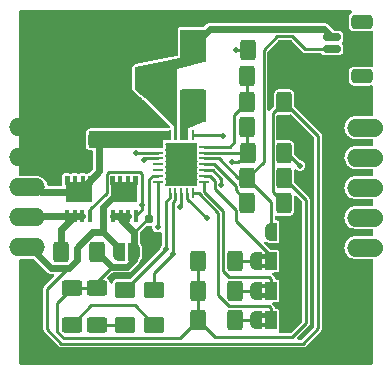
<source format=gbr>
%TF.GenerationSoftware,KiCad,Pcbnew,6.0.10-86aedd382b~118~ubuntu20.04.1*%
%TF.CreationDate,2022-12-20T17:41:16+01:00*%
%TF.ProjectId,DC_UPS,44435f55-5053-42e6-9b69-6361645f7063,rev?*%
%TF.SameCoordinates,Original*%
%TF.FileFunction,Copper,L1,Top*%
%TF.FilePolarity,Positive*%
%FSLAX46Y46*%
G04 Gerber Fmt 4.6, Leading zero omitted, Abs format (unit mm)*
G04 Created by KiCad (PCBNEW 6.0.10-86aedd382b~118~ubuntu20.04.1) date 2022-12-20 17:41:16*
%MOMM*%
%LPD*%
G01*
G04 APERTURE LIST*
G04 Aperture macros list*
%AMRoundRect*
0 Rectangle with rounded corners*
0 $1 Rounding radius*
0 $2 $3 $4 $5 $6 $7 $8 $9 X,Y pos of 4 corners*
0 Add a 4 corners polygon primitive as box body*
4,1,4,$2,$3,$4,$5,$6,$7,$8,$9,$2,$3,0*
0 Add four circle primitives for the rounded corners*
1,1,$1+$1,$2,$3*
1,1,$1+$1,$4,$5*
1,1,$1+$1,$6,$7*
1,1,$1+$1,$8,$9*
0 Add four rect primitives between the rounded corners*
20,1,$1+$1,$2,$3,$4,$5,0*
20,1,$1+$1,$4,$5,$6,$7,0*
20,1,$1+$1,$6,$7,$8,$9,0*
20,1,$1+$1,$8,$9,$2,$3,0*%
%AMFreePoly0*
4,1,22,0.550000,-0.750000,0.000000,-0.750000,0.000000,-0.745033,-0.079941,-0.743568,-0.215256,-0.701293,-0.333266,-0.622738,-0.424486,-0.514219,-0.481581,-0.384460,-0.499164,-0.250000,-0.500000,-0.250000,-0.500000,0.250000,-0.499164,0.250000,-0.499963,0.256109,-0.478152,0.396186,-0.417904,0.524511,-0.324060,0.630769,-0.204165,0.706417,-0.067858,0.745374,0.000000,0.744959,0.000000,0.750000,
0.550000,0.750000,0.550000,-0.750000,0.550000,-0.750000,$1*%
%AMFreePoly1*
4,1,20,0.000000,0.744959,0.073905,0.744508,0.209726,0.703889,0.328688,0.626782,0.421226,0.519385,0.479903,0.390333,0.500000,0.250000,0.500000,-0.250000,0.499851,-0.262216,0.476331,-0.402017,0.414519,-0.529596,0.319384,-0.634700,0.198574,-0.708877,0.061801,-0.746166,0.000000,-0.745033,0.000000,-0.750000,-0.550000,-0.750000,-0.550000,0.750000,0.000000,0.750000,0.000000,0.744959,
0.000000,0.744959,$1*%
%AMFreePoly2*
4,1,21,1.372500,0.787500,0.862500,0.787500,0.862500,0.532500,1.372500,0.532500,1.372500,0.127500,0.862500,0.127500,0.862500,-0.127500,1.372500,-0.127500,1.372500,-0.532500,0.862500,-0.532500,0.862500,-0.787500,1.372500,-0.787500,1.372500,-1.195000,0.612500,-1.195000,0.612500,-1.117500,-0.862500,-1.117500,-0.862500,1.117500,0.612500,1.117500,0.612500,1.195000,1.372500,1.195000,
1.372500,0.787500,1.372500,0.787500,$1*%
%AMFreePoly3*
4,1,22,0.500000,-0.750000,0.000000,-0.750000,0.000000,-0.745033,-0.079941,-0.743568,-0.215256,-0.701293,-0.333266,-0.622738,-0.424486,-0.514219,-0.481581,-0.384460,-0.499164,-0.250000,-0.500000,-0.250000,-0.500000,0.250000,-0.499164,0.250000,-0.499963,0.256109,-0.478152,0.396186,-0.417904,0.524511,-0.324060,0.630769,-0.204165,0.706417,-0.067858,0.745374,0.000000,0.744959,0.000000,0.750000,
0.500000,0.750000,0.500000,-0.750000,0.500000,-0.750000,$1*%
%AMFreePoly4*
4,1,20,0.000000,0.744959,0.073905,0.744508,0.209726,0.703889,0.328688,0.626782,0.421226,0.519385,0.479903,0.390333,0.500000,0.250000,0.500000,-0.250000,0.499851,-0.262216,0.476331,-0.402017,0.414519,-0.529596,0.319384,-0.634700,0.198574,-0.708877,0.061801,-0.746166,0.000000,-0.745033,0.000000,-0.750000,-0.500000,-0.750000,-0.500000,0.750000,0.000000,0.750000,0.000000,0.744959,
0.000000,0.744959,$1*%
G04 Aperture macros list end*
%TA.AperFunction,SMDPad,CuDef*%
%ADD10RoundRect,0.250000X0.400000X0.625000X-0.400000X0.625000X-0.400000X-0.625000X0.400000X-0.625000X0*%
%TD*%
%TA.AperFunction,SMDPad,CuDef*%
%ADD11FreePoly0,0.000000*%
%TD*%
%TA.AperFunction,SMDPad,CuDef*%
%ADD12R,1.000000X1.500000*%
%TD*%
%TA.AperFunction,SMDPad,CuDef*%
%ADD13FreePoly1,0.000000*%
%TD*%
%TA.AperFunction,SMDPad,CuDef*%
%ADD14RoundRect,0.250000X-0.400000X-0.625000X0.400000X-0.625000X0.400000X0.625000X-0.400000X0.625000X0*%
%TD*%
%TA.AperFunction,SMDPad,CuDef*%
%ADD15RoundRect,0.062500X-0.362500X-0.062500X0.362500X-0.062500X0.362500X0.062500X-0.362500X0.062500X0*%
%TD*%
%TA.AperFunction,SMDPad,CuDef*%
%ADD16RoundRect,0.062500X-0.062500X-0.362500X0.062500X-0.362500X0.062500X0.362500X-0.062500X0.362500X0*%
%TD*%
%TA.AperFunction,ComponentPad*%
%ADD17C,0.500000*%
%TD*%
%TA.AperFunction,SMDPad,CuDef*%
%ADD18R,2.650000X3.650000*%
%TD*%
%TA.AperFunction,SMDPad,CuDef*%
%ADD19R,2.200000X2.700000*%
%TD*%
%TA.AperFunction,SMDPad,CuDef*%
%ADD20R,0.405000X0.990000*%
%TD*%
%TA.AperFunction,SMDPad,CuDef*%
%ADD21FreePoly2,90.000000*%
%TD*%
%TA.AperFunction,SMDPad,CuDef*%
%ADD22RoundRect,0.250000X0.650000X-0.412500X0.650000X0.412500X-0.650000X0.412500X-0.650000X-0.412500X0*%
%TD*%
%TA.AperFunction,SMDPad,CuDef*%
%ADD23RoundRect,0.250000X-0.625000X0.400000X-0.625000X-0.400000X0.625000X-0.400000X0.625000X0.400000X0*%
%TD*%
%TA.AperFunction,SMDPad,CuDef*%
%ADD24FreePoly3,0.000000*%
%TD*%
%TA.AperFunction,SMDPad,CuDef*%
%ADD25FreePoly4,0.000000*%
%TD*%
%TA.AperFunction,SMDPad,CuDef*%
%ADD26RoundRect,0.150000X-0.625000X0.150000X-0.625000X-0.150000X0.625000X-0.150000X0.625000X0.150000X0*%
%TD*%
%TA.AperFunction,SMDPad,CuDef*%
%ADD27RoundRect,0.250000X-0.650000X0.350000X-0.650000X-0.350000X0.650000X-0.350000X0.650000X0.350000X0*%
%TD*%
%TA.AperFunction,SMDPad,CuDef*%
%ADD28RoundRect,0.155000X0.212500X0.155000X-0.212500X0.155000X-0.212500X-0.155000X0.212500X-0.155000X0*%
%TD*%
%TA.AperFunction,SMDPad,CuDef*%
%ADD29FreePoly3,180.000000*%
%TD*%
%TA.AperFunction,SMDPad,CuDef*%
%ADD30FreePoly4,180.000000*%
%TD*%
%TA.AperFunction,SMDPad,CuDef*%
%ADD31RoundRect,0.250001X-0.624999X0.462499X-0.624999X-0.462499X0.624999X-0.462499X0.624999X0.462499X0*%
%TD*%
%TA.AperFunction,SMDPad,CuDef*%
%ADD32RoundRect,0.155000X0.155000X-0.212500X0.155000X0.212500X-0.155000X0.212500X-0.155000X-0.212500X0*%
%TD*%
%TA.AperFunction,ComponentPad*%
%ADD33O,3.048000X1.524000*%
%TD*%
%TA.AperFunction,ComponentPad*%
%ADD34C,1.524000*%
%TD*%
%TA.AperFunction,SMDPad,CuDef*%
%ADD35RoundRect,0.155000X-0.155000X0.212500X-0.155000X-0.212500X0.155000X-0.212500X0.155000X0.212500X0*%
%TD*%
%TA.AperFunction,ViaPad*%
%ADD36C,0.500000*%
%TD*%
%TA.AperFunction,Conductor*%
%ADD37C,0.600000*%
%TD*%
%TA.AperFunction,Conductor*%
%ADD38C,0.250000*%
%TD*%
G04 APERTURE END LIST*
%TO.C,F_SEL1*%
G36*
X50950000Y-54350000D02*
G01*
X50450000Y-54350000D01*
X50450000Y-53950000D01*
X50950000Y-53950000D01*
X50950000Y-54350000D01*
G37*
G36*
X50950000Y-53550000D02*
G01*
X50450000Y-53550000D01*
X50450000Y-53150000D01*
X50950000Y-53150000D01*
X50950000Y-53550000D01*
G37*
%TO.C,F_SEL2*%
G36*
X50950000Y-56850000D02*
G01*
X50450000Y-56850000D01*
X50450000Y-56450000D01*
X50950000Y-56450000D01*
X50950000Y-56850000D01*
G37*
G36*
X50950000Y-56050000D02*
G01*
X50450000Y-56050000D01*
X50450000Y-55650000D01*
X50950000Y-55650000D01*
X50950000Y-56050000D01*
G37*
%TO.C,F_SEL0*%
G36*
X50950000Y-51050000D02*
G01*
X50450000Y-51050000D01*
X50450000Y-50650000D01*
X50950000Y-50650000D01*
X50950000Y-51050000D01*
G37*
G36*
X50950000Y-51850000D02*
G01*
X50450000Y-51850000D01*
X50450000Y-51450000D01*
X50950000Y-51450000D01*
X50950000Y-51850000D01*
G37*
%TD*%
D10*
%TO.P,R_{pf}1,1*%
%TO.N,/Input_V*%
X52450000Y-37750000D03*
%TO.P,R_{pf}1,2*%
%TO.N,/POWER_SENSE*%
X49350000Y-37750000D03*
%TD*%
D11*
%TO.P,F_SEL1,1,A*%
%TO.N,Net-(F_SEL1-Pad1)*%
X50050000Y-53750000D03*
D12*
%TO.P,F_SEL1,2,C*%
%TO.N,/F1*%
X51350000Y-53750000D03*
D13*
%TO.P,F_SEL1,3,B*%
%TO.N,GND*%
X52650000Y-53750000D03*
%TD*%
D14*
%TO.P,R5,1*%
%TO.N,/Vin*%
X45200000Y-53750000D03*
%TO.P,R5,2*%
%TO.N,Net-(F_SEL1-Pad1)*%
X48300000Y-53750000D03*
%TD*%
%TO.P,R4,1*%
%TO.N,/Vin*%
X45200000Y-51250000D03*
%TO.P,R4,2*%
%TO.N,Net-(F_SEL0-Pad1)*%
X48300000Y-51250000D03*
%TD*%
D15*
%TO.P,U1,1,Vsys*%
%TO.N,/V_SYS*%
X41800000Y-41550000D03*
%TO.P,U1,2,PROG*%
%TO.N,/CHRG_PROG*%
X41800000Y-42050000D03*
%TO.P,U1,3,CLPROG*%
%TO.N,/CLPROG*%
X41800000Y-42550000D03*
%TO.P,U1,4,CHG_OFF*%
%TO.N,/CHG_OFF*%
X41800000Y-43050000D03*
%TO.P,U1,5,BST_OFF*%
%TO.N,/BST_OFF*%
X41800000Y-43550000D03*
%TO.P,U1,6,V_IN*%
%TO.N,/Vin*%
X41800000Y-44050000D03*
%TO.P,U1,7,CLN*%
%TO.N,/CLN*%
X41800000Y-44550000D03*
D16*
%TO.P,U1,8,CHRG*%
%TO.N,/~{CHRG}*%
X42750000Y-45500000D03*
%TO.P,U1,9,FAULT*%
%TO.N,/~{FAULT}*%
X43250000Y-45500000D03*
%TO.P,U1,10,RSTFB*%
%TO.N,/BSTFB*%
X43750000Y-45500000D03*
%TO.P,U1,11,RST*%
%TO.N,/~{RST_OUT}*%
X44250000Y-45500000D03*
%TO.P,U1,12,F2*%
%TO.N,/F2*%
X44750000Y-45500000D03*
D15*
%TO.P,U1,13,F1*%
%TO.N,/F1*%
X45700000Y-44550000D03*
%TO.P,U1,14,F0*%
%TO.N,/F0*%
X45700000Y-44050000D03*
%TO.P,U1,15,IGATE*%
%TO.N,/I_GATE*%
X45700000Y-43550000D03*
%TO.P,U1,16,OVSNS*%
%TO.N,Net-(R1-Pad2)*%
X45700000Y-43050000D03*
%TO.P,U1,17,NTC*%
%TO.N,/NTC*%
X45700000Y-42550000D03*
%TO.P,U1,18,BSTFB*%
%TO.N,/BSTFB*%
X45700000Y-42050000D03*
%TO.P,U1,19,PFI*%
%TO.N,/POWER_SENSE*%
X45700000Y-41550000D03*
D16*
%TO.P,U1,20,PFO*%
%TO.N,/~{POWER_FAIL}*%
X44750000Y-40600000D03*
%TO.P,U1,21,SW*%
%TO.N,Net-(L1-Pad1)*%
X44250000Y-40600000D03*
%TO.P,U1,22,SW*%
X43750000Y-40600000D03*
%TO.P,U1,23,BAT*%
%TO.N,/BAT_+*%
X43250000Y-40600000D03*
%TO.P,U1,24,Vsys*%
%TO.N,/V_SYS*%
X42750000Y-40600000D03*
D17*
%TO.P,U1,25,GND*%
%TO.N,GND*%
X42675000Y-43575000D03*
X43750000Y-44625000D03*
X44825000Y-44625000D03*
X44825000Y-43575000D03*
X42675000Y-41475000D03*
X43750000Y-41475000D03*
X43750000Y-42525000D03*
D18*
X43750000Y-43050000D03*
D17*
X42675000Y-44625000D03*
X44825000Y-42525000D03*
X44825000Y-41475000D03*
X43750000Y-43575000D03*
X42675000Y-42525000D03*
%TD*%
D19*
%TO.P,L1,1,1*%
%TO.N,Net-(L1-Pad1)*%
X44750000Y-38100000D03*
%TO.P,L1,2,2*%
%TO.N,/BAT_+*%
X44750000Y-33000000D03*
%TD*%
D20*
%TO.P,Q1,1,S*%
%TO.N,/Vin*%
X37944891Y-47389374D03*
%TO.P,Q1,2,S*%
X38604891Y-47389374D03*
%TO.P,Q1,3,S*%
X39264891Y-47389374D03*
%TO.P,Q1,4,G*%
%TO.N,/I_GATE*%
X39924891Y-47389374D03*
D21*
%TO.P,Q1,5,D*%
%TO.N,/Input_V*%
X38934891Y-45396874D03*
%TD*%
D22*
%TO.P,C5,1*%
%TO.N,/V_SYS*%
X39000000Y-40950000D03*
%TO.P,C5,2*%
%TO.N,GND*%
X39000000Y-37825000D03*
%TD*%
D14*
%TO.P,R_Prog1,1*%
%TO.N,/CHRG_PROG*%
X49400000Y-33400000D03*
%TO.P,R_Prog1,2*%
%TO.N,GND*%
X52500000Y-33400000D03*
%TD*%
D10*
%TO.P,R_{fb}1,1*%
%TO.N,/V_SYS*%
X52454498Y-42059157D03*
%TO.P,R_{fb}1,2*%
%TO.N,/BSTFB*%
X49354498Y-42059157D03*
%TD*%
D23*
%TO.P,R3,1*%
%TO.N,/Vin*%
X36640000Y-53520000D03*
%TO.P,R3,2*%
%TO.N,Net-(D2-Pad2)*%
X36640000Y-56620000D03*
%TD*%
D10*
%TO.P,R_{sense}1,1*%
%TO.N,/Vin*%
X36650000Y-50450000D03*
%TO.P,R_{sense}1,2*%
%TO.N,/CLN*%
X33550000Y-50450000D03*
%TD*%
D23*
%TO.P,R2,1*%
%TO.N,/Vin*%
X34470000Y-53520000D03*
%TO.P,R2,2*%
%TO.N,Net-(D1-Pad2)*%
X34470000Y-56620000D03*
%TD*%
D11*
%TO.P,F_SEL2,1,A*%
%TO.N,Net-(F_SEL2-Pad1)*%
X50050000Y-56250000D03*
D12*
%TO.P,F_SEL2,2,C*%
%TO.N,/F2*%
X51350000Y-56250000D03*
D13*
%TO.P,F_SEL2,3,B*%
%TO.N,GND*%
X52650000Y-56250000D03*
%TD*%
D24*
%TO.P,OVPO1,1,A*%
%TO.N,/Input_V*%
X38450000Y-50450000D03*
D25*
%TO.P,OVPO1,2,B*%
%TO.N,/Vin*%
X39750000Y-50450000D03*
%TD*%
D26*
%TO.P,J4,1,Pin_1*%
%TO.N,/BAT_+*%
X56505000Y-32270000D03*
%TO.P,J4,2,Pin_2*%
%TO.N,/NTC*%
X56505000Y-33270000D03*
%TO.P,J4,3,Pin_3*%
%TO.N,GND*%
X56505000Y-34270000D03*
D27*
%TO.P,J4,MP*%
%TO.N,N/C*%
X59030000Y-35570000D03*
X59030000Y-30970000D03*
%TD*%
D14*
%TO.P,R_{fb}2,1*%
%TO.N,/BSTFB*%
X49350000Y-39900000D03*
%TO.P,R_{fb}2,2*%
%TO.N,GND*%
X52450000Y-39900000D03*
%TD*%
D28*
%TO.P,C2,1*%
%TO.N,/BAT_+*%
X40135000Y-35300000D03*
%TO.P,C2,2*%
%TO.N,GND*%
X39000000Y-35300000D03*
%TD*%
D29*
%TO.P,NTC_Dis0,1,A*%
%TO.N,GND*%
X52650000Y-48750000D03*
D30*
%TO.P,NTC_Dis0,2,B*%
%TO.N,/NTC*%
X51350000Y-48750000D03*
%TD*%
D31*
%TO.P,D2,1,K*%
%TO.N,/~{CHRG}*%
X39010000Y-53645000D03*
%TO.P,D2,2,A*%
%TO.N,Net-(D2-Pad2)*%
X39010000Y-56620000D03*
%TD*%
D20*
%TO.P,Q2,1,S*%
%TO.N,/CLN*%
X34060000Y-47389374D03*
%TO.P,Q2,2,S*%
X34720000Y-47389374D03*
%TO.P,Q2,3,S*%
X35380000Y-47389374D03*
%TO.P,Q2,4,G*%
%TO.N,/I_GATE*%
X36040000Y-47389374D03*
D21*
%TO.P,Q2,5,D*%
%TO.N,/V_SYS*%
X35050000Y-45396874D03*
%TD*%
D32*
%TO.P,C4,1*%
%TO.N,/V_SYS*%
X40600000Y-40617500D03*
%TO.P,C4,2*%
%TO.N,GND*%
X40600000Y-39482500D03*
%TD*%
D14*
%TO.P,R6,1*%
%TO.N,/Vin*%
X45200000Y-56250000D03*
%TO.P,R6,2*%
%TO.N,Net-(F_SEL2-Pad1)*%
X48300000Y-56250000D03*
%TD*%
D31*
%TO.P,D1,1,K*%
%TO.N,/~{FAULT}*%
X41430000Y-53645000D03*
%TO.P,D1,2,A*%
%TO.N,Net-(D1-Pad2)*%
X41430000Y-56620000D03*
%TD*%
D14*
%TO.P,R_{pf}2,1*%
%TO.N,/POWER_SENSE*%
X49350000Y-35600000D03*
%TO.P,R_{pf}2,2*%
%TO.N,GND*%
X52450000Y-35600000D03*
%TD*%
D28*
%TO.P,C3,1*%
%TO.N,/BAT_+*%
X40135000Y-36350000D03*
%TO.P,C3,2*%
%TO.N,GND*%
X39000000Y-36350000D03*
%TD*%
D33*
%TO.P,J2,1,Pin_1*%
%TO.N,/Input_V*%
X30713000Y-50085000D03*
D34*
X29975000Y-50085000D03*
D33*
%TO.P,J2,2,Pin_2*%
%TO.N,/CLN*%
X30713000Y-47545000D03*
D34*
X29975000Y-47545000D03*
D33*
%TO.P,J2,3,Pin_3*%
%TO.N,/V_SYS*%
X30713000Y-45005000D03*
D34*
X29975000Y-45005000D03*
D33*
%TO.P,J2,4,Pin_4*%
%TO.N,GND*%
X30713000Y-42465000D03*
D34*
X29975000Y-42465000D03*
D33*
%TO.P,J2,5,Pin_5*%
X30713000Y-39925000D03*
D34*
X29975000Y-39925000D03*
%TD*%
D10*
%TO.P,R1,1*%
%TO.N,/Input_V*%
X52450000Y-46350000D03*
%TO.P,R1,2*%
%TO.N,Net-(R1-Pad2)*%
X49350000Y-46350000D03*
%TD*%
D11*
%TO.P,F_SEL0,1,A*%
%TO.N,Net-(F_SEL0-Pad1)*%
X50050000Y-51250000D03*
D12*
%TO.P,F_SEL0,2,C*%
%TO.N,/F0*%
X51350000Y-51250000D03*
D13*
%TO.P,F_SEL0,3,B*%
%TO.N,GND*%
X52650000Y-51250000D03*
%TD*%
D22*
%TO.P,C6,1*%
%TO.N,/V_SYS*%
X36800000Y-40950000D03*
%TO.P,C6,2*%
%TO.N,GND*%
X36800000Y-37825000D03*
%TD*%
D10*
%TO.P,R_{BIAS}1,1*%
%TO.N,/Vin*%
X52450000Y-44200000D03*
%TO.P,R_{BIAS}1,2*%
%TO.N,/NTC*%
X49350000Y-44200000D03*
%TD*%
D35*
%TO.P,C1,1*%
%TO.N,/Vin*%
X41050000Y-47715000D03*
%TO.P,C1,2*%
%TO.N,GND*%
X41050000Y-48850000D03*
%TD*%
D33*
%TO.P,J3,1,Pin_1*%
%TO.N,/~{FAULT}*%
X59287000Y-50090000D03*
D34*
X60025000Y-50090000D03*
D33*
%TO.P,J3,2,Pin_2*%
%TO.N,/~{CHRG}*%
X59287000Y-47550000D03*
D34*
X60025000Y-47550000D03*
D33*
%TO.P,J3,3,Pin_3*%
%TO.N,/~{RST_OUT}*%
X59287000Y-45010000D03*
D34*
X60025000Y-45010000D03*
%TO.P,J3,4,Pin_4*%
%TO.N,/CLPROG*%
X60025000Y-42470000D03*
D33*
X59287000Y-42470000D03*
%TO.P,J3,5,Pin_5*%
%TO.N,/~{POWER_FAIL}*%
X59287000Y-39930000D03*
D34*
X60025000Y-39930000D03*
%TD*%
D36*
%TO.N,GND*%
X53400000Y-40000000D03*
X53575500Y-48800000D03*
X55270000Y-33850000D03*
X55850000Y-35140000D03*
X37400000Y-36800000D03*
X56610000Y-35140000D03*
X36800000Y-36800000D03*
X53575500Y-53800000D03*
X53570000Y-51180000D03*
X41400000Y-49600000D03*
X36200000Y-36800000D03*
X53575500Y-56200000D03*
X38400000Y-35800000D03*
X38400000Y-34800000D03*
X41800000Y-49000000D03*
X40800000Y-49600000D03*
X40200000Y-38200000D03*
X53400000Y-33400000D03*
X40600000Y-38800000D03*
X38400000Y-36800000D03*
X55270000Y-34710000D03*
X40200000Y-37600000D03*
X53400000Y-35600000D03*
%TO.N,/~{FAULT}*%
X43025499Y-50675499D03*
%TO.N,/~{CHRG}*%
X42420000Y-50234998D03*
%TO.N,/I_GATE*%
X40454891Y-46495109D03*
X47150000Y-44820000D03*
%TO.N,/V_SYS*%
X53800000Y-43150000D03*
X36800000Y-43646874D03*
%TO.N,/CHRG_PROG*%
X39900000Y-42075000D03*
X48400000Y-33400000D03*
%TO.N,/BSTFB*%
X48040000Y-42860000D03*
X43600000Y-46650000D03*
%TO.N,/CLPROG*%
X40626087Y-42649500D03*
%TO.N,/~{RST_OUT}*%
X45891069Y-47614079D03*
%TO.N,/CLN*%
X33549998Y-48559373D03*
X41738716Y-48324500D03*
%TO.N,/~{POWER_FAIL}*%
X47306233Y-40656233D03*
%TD*%
D37*
%TO.N,/BAT_+*%
X56505000Y-32270000D02*
X55810499Y-31575499D01*
X55810499Y-31575499D02*
X46174501Y-31575499D01*
X46174501Y-31575499D02*
X44750000Y-33000000D01*
D38*
%TO.N,GND*%
X36800000Y-37825000D02*
X36800000Y-36800000D01*
%TO.N,/Vin*%
X33230000Y-57218173D02*
X33230000Y-54760000D01*
X54288768Y-46038768D02*
X52450000Y-44200000D01*
X41050000Y-47715000D02*
X40861983Y-47715000D01*
X45200000Y-51250000D02*
X45200000Y-56250000D01*
X40861983Y-47715000D02*
X39750000Y-48826983D01*
X33230000Y-54760000D02*
X34470000Y-53520000D01*
D37*
X38604891Y-47681874D02*
X38604891Y-47389374D01*
D38*
X34470000Y-53520000D02*
X36080000Y-53520000D01*
X34470000Y-53520000D02*
X36640000Y-53520000D01*
X53150000Y-57650000D02*
X54288768Y-56511232D01*
D37*
X39750000Y-51107108D02*
X39750000Y-50450000D01*
X37900000Y-51700000D02*
X39157108Y-51700000D01*
X39750000Y-48826983D02*
X38604891Y-47681874D01*
D38*
X41800000Y-44050000D02*
X41326992Y-44050000D01*
X33781827Y-57770000D02*
X33230000Y-57218173D01*
X45200000Y-56250000D02*
X46600000Y-57650000D01*
D37*
X39750000Y-50450000D02*
X39750000Y-48826983D01*
D38*
X41050000Y-44326992D02*
X41050000Y-47505843D01*
D37*
X36650000Y-50450000D02*
X37900000Y-51700000D01*
D38*
X43680000Y-57770000D02*
X33781827Y-57770000D01*
D37*
X39157108Y-51700000D02*
X39750000Y-51107108D01*
D38*
X41326992Y-44050000D02*
X41050000Y-44326992D01*
X46600000Y-57650000D02*
X53150000Y-57650000D01*
D37*
X37944891Y-47389374D02*
X39222891Y-47389374D01*
D38*
X45200000Y-56250000D02*
X43680000Y-57770000D01*
X36080000Y-53520000D02*
X37900000Y-51700000D01*
X54288768Y-56511232D02*
X54288768Y-46038768D01*
%TO.N,/~{FAULT}*%
X43025500Y-46262034D02*
X43025499Y-50675499D01*
X41430000Y-53645000D02*
X41430000Y-52270998D01*
X41430000Y-52270998D02*
X43025499Y-50675499D01*
X43250000Y-46037534D02*
X43025500Y-46262034D01*
X43250000Y-45500000D02*
X43250000Y-46037534D01*
%TO.N,Net-(D1-Pad2)*%
X36100000Y-54990000D02*
X34470000Y-56620000D01*
X39800000Y-54990000D02*
X36100000Y-54990000D01*
X41430000Y-56620000D02*
X39800000Y-54990000D01*
%TO.N,/~{CHRG}*%
X42750000Y-45860000D02*
X42420000Y-46190000D01*
X42420000Y-50235000D02*
X39010000Y-53645000D01*
X42750000Y-45500000D02*
X42750000Y-45860000D01*
X42420000Y-46190000D02*
X42420000Y-50235000D01*
%TO.N,Net-(D2-Pad2)*%
X36730000Y-56620000D02*
X39100000Y-56620000D01*
%TO.N,Net-(F_SEL0-Pad1)*%
X48300000Y-51250000D02*
X50050000Y-51250000D01*
%TO.N,/F0*%
X46560000Y-45122466D02*
X46560000Y-44436992D01*
X48375000Y-47815000D02*
X48375000Y-46937466D01*
X48375000Y-46937466D02*
X46560000Y-45122466D01*
X51350000Y-50790000D02*
X48375000Y-47815000D01*
X51350000Y-51250000D02*
X51350000Y-50790000D01*
X46173008Y-44050000D02*
X45700000Y-44050000D01*
X46560000Y-44436992D02*
X46173008Y-44050000D01*
%TO.N,Net-(F_SEL1-Pad1)*%
X48300000Y-53750000D02*
X50050000Y-53750000D01*
%TO.N,/F1*%
X51350000Y-52750000D02*
X51350000Y-53750000D01*
X47308079Y-46959923D02*
X47308079Y-52096252D01*
X47761827Y-52550000D02*
X51150000Y-52550000D01*
X45700000Y-45351844D02*
X47308079Y-46959923D01*
X45700000Y-44550000D02*
X45700000Y-45351844D01*
X47308079Y-52096252D02*
X47761827Y-52550000D01*
X51150000Y-52550000D02*
X51350000Y-52750000D01*
%TO.N,Net-(F_SEL2-Pad1)*%
X48300000Y-56250000D02*
X50050000Y-56250000D01*
%TO.N,/F2*%
X47761827Y-55050000D02*
X51150000Y-55050000D01*
X51350000Y-55250000D02*
X51350000Y-56250000D01*
X51150000Y-55050000D02*
X51350000Y-55250000D01*
X46858578Y-54146751D02*
X47761827Y-55050000D01*
X44750000Y-45500000D02*
X45212466Y-45500000D01*
X45212466Y-45500000D02*
X46858578Y-47146112D01*
X46858578Y-47146112D02*
X46858578Y-54146751D01*
%TO.N,/NTC*%
X50720000Y-33341827D02*
X50720000Y-42830000D01*
X45700000Y-42550000D02*
X46917534Y-42550000D01*
X56505000Y-33270000D02*
X54208173Y-33270000D01*
X51350000Y-48750000D02*
X51350000Y-46200000D01*
X54208173Y-33270000D02*
X53138173Y-32200000D01*
X53138173Y-32200000D02*
X51861827Y-32200000D01*
X51861827Y-32200000D02*
X50720000Y-33341827D01*
X50720000Y-42830000D02*
X49350000Y-44200000D01*
X48567534Y-44200000D02*
X49350000Y-44200000D01*
X46917534Y-42550000D02*
X48567534Y-44200000D01*
X51350000Y-46200000D02*
X49350000Y-44200000D01*
%TO.N,/Input_V*%
X55350000Y-40650000D02*
X55350000Y-56900000D01*
X54030499Y-58219501D02*
X33595638Y-58219501D01*
X55350000Y-56900000D02*
X54030499Y-58219501D01*
D37*
X31475000Y-50550000D02*
X31475000Y-50085000D01*
D38*
X51475000Y-45375000D02*
X51475000Y-38725000D01*
D37*
X38934891Y-45396874D02*
X38386304Y-45396874D01*
D38*
X32400000Y-53586827D02*
X34161827Y-51825000D01*
D37*
X36200000Y-48814340D02*
X34900000Y-50114340D01*
D38*
X34161827Y-51825000D02*
X34250000Y-51825000D01*
D37*
X38450000Y-50164340D02*
X38450000Y-50450000D01*
X34260660Y-51825000D02*
X32750000Y-51825000D01*
X32750000Y-51825000D02*
X31475000Y-50550000D01*
D38*
X52450000Y-37750000D02*
X55350000Y-40650000D01*
D37*
X37100000Y-48814340D02*
X38450000Y-50164340D01*
D38*
X33595638Y-58219501D02*
X32400000Y-57023863D01*
D37*
X34900000Y-50114340D02*
X34900000Y-51185660D01*
X37100000Y-46683178D02*
X37100000Y-48814340D01*
X34900000Y-51185660D02*
X34260660Y-51825000D01*
D38*
X52450000Y-46350000D02*
X51475000Y-45375000D01*
X32400000Y-57023863D02*
X32400000Y-53586827D01*
X51475000Y-38725000D02*
X52450000Y-37750000D01*
D37*
X38386304Y-45396874D02*
X37100000Y-46683178D01*
X37100000Y-48814340D02*
X36200000Y-48814340D01*
D38*
%TO.N,/I_GATE*%
X37605271Y-43699374D02*
X37414891Y-43889754D01*
X39924891Y-47389374D02*
X40454891Y-46859374D01*
X40454891Y-46495109D02*
X40454891Y-43889754D01*
X47150000Y-44289310D02*
X47150000Y-44820000D01*
X40454891Y-43889754D02*
X40264511Y-43699374D01*
X37414891Y-45485109D02*
X36040000Y-46860000D01*
X45700000Y-43550000D02*
X46410690Y-43550000D01*
X36040000Y-46860000D02*
X36040000Y-47389374D01*
X40264511Y-43699374D02*
X37605271Y-43699374D01*
X40454891Y-46859374D02*
X40454891Y-46495109D01*
X37414891Y-43889754D02*
X37414891Y-45485109D01*
X46410690Y-43550000D02*
X47150000Y-44289310D01*
%TO.N,/V_SYS*%
X52454498Y-42059157D02*
X52709157Y-42059157D01*
D37*
X36800000Y-40950000D02*
X36800000Y-43646874D01*
X31866874Y-45396874D02*
X31475000Y-45005000D01*
X36800000Y-43646874D02*
X35050000Y-45396874D01*
X35050000Y-45396874D02*
X31866874Y-45396874D01*
D38*
X52709157Y-42059157D02*
X53800000Y-43150000D01*
%TO.N,Net-(R1-Pad2)*%
X48364500Y-45222034D02*
X49350000Y-46207534D01*
X49350000Y-46207534D02*
X49350000Y-46350000D01*
X48364500Y-44862034D02*
X48364500Y-45222034D01*
X45700000Y-43050000D02*
X46552466Y-43050000D01*
X46552466Y-43050000D02*
X48364500Y-44862034D01*
%TO.N,/CHRG_PROG*%
X39925000Y-42050000D02*
X39900000Y-42075000D01*
X48400000Y-33400000D02*
X49400000Y-33400000D01*
X41800000Y-42050000D02*
X39925000Y-42050000D01*
%TO.N,/BSTFB*%
X48553655Y-42860000D02*
X49354498Y-42059157D01*
X43750000Y-46500000D02*
X43600000Y-46650000D01*
X45709157Y-42059157D02*
X45700000Y-42050000D01*
X49350000Y-42054659D02*
X49354498Y-42059157D01*
X49350000Y-39900000D02*
X49350000Y-42054659D01*
X43750000Y-45500000D02*
X43750000Y-46500000D01*
X48040000Y-42860000D02*
X48553655Y-42860000D01*
X49354498Y-42059157D02*
X45709157Y-42059157D01*
%TO.N,/POWER_SENSE*%
X48249500Y-41175098D02*
X48249500Y-38850500D01*
X47874598Y-41550000D02*
X48249500Y-41175098D01*
X49350000Y-35600000D02*
X49350000Y-37750000D01*
X48249500Y-38850500D02*
X49350000Y-37750000D01*
X49350000Y-37750000D02*
X49350000Y-37900000D01*
X45700000Y-41550000D02*
X47874598Y-41550000D01*
%TO.N,/CLPROG*%
X41800000Y-42550000D02*
X40725587Y-42550000D01*
X40725587Y-42550000D02*
X40626087Y-42649500D01*
%TO.N,/~{RST_OUT}*%
X44250000Y-45500000D02*
X44250000Y-45973008D01*
X44250000Y-45973008D02*
X45891069Y-47614079D01*
D37*
%TO.N,/CLN*%
X34720000Y-47389374D02*
X33550000Y-48559374D01*
X33550000Y-48559374D02*
X33550000Y-50450000D01*
X34060000Y-47389374D02*
X31630626Y-47389374D01*
X31630626Y-47389374D02*
X31475000Y-47545000D01*
D38*
X41738716Y-48211284D02*
X41738716Y-48324500D01*
X41800000Y-44550000D02*
X41800000Y-48150000D01*
D37*
X34060000Y-47389374D02*
X35338000Y-47389374D01*
D38*
X41800000Y-48150000D02*
X41738716Y-48211284D01*
%TO.N,/~{POWER_FAIL}*%
X47250000Y-40600000D02*
X47306233Y-40656233D01*
X44750000Y-40600000D02*
X47250000Y-40600000D01*
%TD*%
%TA.AperFunction,Conductor*%
%TO.N,GND*%
G36*
X58145205Y-30021002D02*
G01*
X58191698Y-30074658D01*
X58201802Y-30144932D01*
X58172308Y-30209512D01*
X58151943Y-30228351D01*
X58065424Y-30292255D01*
X58065421Y-30292258D01*
X58057850Y-30297850D01*
X58052258Y-30305421D01*
X57982959Y-30399243D01*
X57982958Y-30399246D01*
X57977366Y-30406816D01*
X57932481Y-30534631D01*
X57929500Y-30566166D01*
X57929500Y-31373834D01*
X57932481Y-31405369D01*
X57977366Y-31533184D01*
X57982958Y-31540754D01*
X57982959Y-31540757D01*
X57998246Y-31561453D01*
X58057850Y-31642150D01*
X58065421Y-31647742D01*
X58159243Y-31717041D01*
X58159246Y-31717042D01*
X58166816Y-31722634D01*
X58294631Y-31767519D01*
X58302277Y-31768242D01*
X58302278Y-31768242D01*
X58308248Y-31768806D01*
X58326166Y-31770500D01*
X59733834Y-31770500D01*
X59751752Y-31768806D01*
X59757722Y-31768242D01*
X59757723Y-31768242D01*
X59765369Y-31767519D01*
X59816686Y-31749498D01*
X59831252Y-31744383D01*
X59902152Y-31740685D01*
X59963797Y-31775905D01*
X59996614Y-31838862D01*
X59999000Y-31863266D01*
X59999000Y-34676734D01*
X59978998Y-34744855D01*
X59925342Y-34791348D01*
X59855068Y-34801452D01*
X59831252Y-34795617D01*
X59772616Y-34775026D01*
X59765369Y-34772481D01*
X59757723Y-34771758D01*
X59757722Y-34771758D01*
X59750781Y-34771102D01*
X59733834Y-34769500D01*
X58326166Y-34769500D01*
X58309219Y-34771102D01*
X58302278Y-34771758D01*
X58302277Y-34771758D01*
X58294631Y-34772481D01*
X58166816Y-34817366D01*
X58159246Y-34822958D01*
X58159243Y-34822959D01*
X58122831Y-34849854D01*
X58057850Y-34897850D01*
X58052258Y-34905421D01*
X57982959Y-34999243D01*
X57982958Y-34999246D01*
X57977366Y-35006816D01*
X57932481Y-35134631D01*
X57929500Y-35166166D01*
X57929500Y-35973834D01*
X57932481Y-36005369D01*
X57977366Y-36133184D01*
X57982958Y-36140754D01*
X57982959Y-36140757D01*
X58001511Y-36165874D01*
X58057850Y-36242150D01*
X58065421Y-36247742D01*
X58159243Y-36317041D01*
X58159246Y-36317042D01*
X58166816Y-36322634D01*
X58294631Y-36367519D01*
X58302277Y-36368242D01*
X58302278Y-36368242D01*
X58308248Y-36368806D01*
X58326166Y-36370500D01*
X59733834Y-36370500D01*
X59751752Y-36368806D01*
X59757722Y-36368242D01*
X59757723Y-36368242D01*
X59765369Y-36367519D01*
X59787219Y-36359846D01*
X59831252Y-36344383D01*
X59902152Y-36340685D01*
X59963797Y-36375905D01*
X59996614Y-36438862D01*
X59999000Y-36463266D01*
X59999000Y-38841500D01*
X59978998Y-38909621D01*
X59925342Y-38956114D01*
X59873000Y-38967500D01*
X58476130Y-38967500D01*
X58429981Y-38972188D01*
X58336812Y-38981651D01*
X58336810Y-38981651D01*
X58330464Y-38982296D01*
X58143875Y-39040770D01*
X57972855Y-39135568D01*
X57824390Y-39262818D01*
X57820479Y-39267860D01*
X57820478Y-39267861D01*
X57791837Y-39304786D01*
X57704544Y-39417322D01*
X57701727Y-39423047D01*
X57701725Y-39423050D01*
X57621033Y-39587037D01*
X57621031Y-39587041D01*
X57618213Y-39592769D01*
X57568925Y-39781992D01*
X57558691Y-39977260D01*
X57587931Y-40170599D01*
X57590134Y-40176586D01*
X57590134Y-40176587D01*
X57623806Y-40268104D01*
X57655449Y-40354108D01*
X57658812Y-40359532D01*
X57658813Y-40359534D01*
X57692166Y-40413326D01*
X57758488Y-40520293D01*
X57784506Y-40547806D01*
X57853905Y-40621193D01*
X57892839Y-40662365D01*
X57898069Y-40666027D01*
X57898070Y-40666028D01*
X57912066Y-40675828D01*
X58053013Y-40774521D01*
X58232468Y-40852178D01*
X58265559Y-40859091D01*
X58419136Y-40891175D01*
X58419141Y-40891176D01*
X58423872Y-40892164D01*
X58430283Y-40892500D01*
X59873000Y-40892500D01*
X59941121Y-40912502D01*
X59987614Y-40966158D01*
X59999000Y-41018500D01*
X59999000Y-41381500D01*
X59978998Y-41449621D01*
X59925342Y-41496114D01*
X59873000Y-41507500D01*
X58476130Y-41507500D01*
X58429981Y-41512188D01*
X58336812Y-41521651D01*
X58336810Y-41521651D01*
X58330464Y-41522296D01*
X58143875Y-41580770D01*
X57972855Y-41675568D01*
X57824390Y-41802818D01*
X57704544Y-41957322D01*
X57701727Y-41963047D01*
X57701725Y-41963050D01*
X57621033Y-42127037D01*
X57621031Y-42127041D01*
X57618213Y-42132769D01*
X57568925Y-42321992D01*
X57568591Y-42328372D01*
X57560200Y-42488473D01*
X57558691Y-42517260D01*
X57587931Y-42710599D01*
X57590134Y-42716586D01*
X57590134Y-42716587D01*
X57650917Y-42881790D01*
X57655449Y-42894108D01*
X57658812Y-42899532D01*
X57658813Y-42899534D01*
X57702308Y-42969684D01*
X57758488Y-43060293D01*
X57762874Y-43064931D01*
X57876891Y-43185500D01*
X57892839Y-43202365D01*
X57898069Y-43206027D01*
X57898070Y-43206028D01*
X57925783Y-43225433D01*
X58053013Y-43314521D01*
X58232468Y-43392178D01*
X58257350Y-43397376D01*
X58419136Y-43431175D01*
X58419141Y-43431176D01*
X58423872Y-43432164D01*
X58430283Y-43432500D01*
X59873000Y-43432500D01*
X59941121Y-43452502D01*
X59987614Y-43506158D01*
X59999000Y-43558500D01*
X59999000Y-43921500D01*
X59978998Y-43989621D01*
X59925342Y-44036114D01*
X59873000Y-44047500D01*
X58476130Y-44047500D01*
X58429981Y-44052188D01*
X58336812Y-44061651D01*
X58336810Y-44061651D01*
X58330464Y-44062296D01*
X58143875Y-44120770D01*
X58138286Y-44123868D01*
X58101119Y-44144470D01*
X57972855Y-44215568D01*
X57824390Y-44342818D01*
X57704544Y-44497322D01*
X57701727Y-44503047D01*
X57701725Y-44503050D01*
X57621033Y-44667037D01*
X57621031Y-44667041D01*
X57618213Y-44672769D01*
X57568925Y-44861992D01*
X57566466Y-44908905D01*
X57559226Y-45047056D01*
X57558691Y-45057260D01*
X57587931Y-45250599D01*
X57590134Y-45256586D01*
X57590134Y-45256587D01*
X57629169Y-45362682D01*
X57655449Y-45434108D01*
X57658812Y-45439532D01*
X57658813Y-45439534D01*
X57662528Y-45445525D01*
X57758488Y-45600293D01*
X57762874Y-45604931D01*
X57877289Y-45725921D01*
X57892839Y-45742365D01*
X58053013Y-45854521D01*
X58232468Y-45932178D01*
X58238721Y-45933484D01*
X58238720Y-45933484D01*
X58419136Y-45971175D01*
X58419141Y-45971176D01*
X58423872Y-45972164D01*
X58430283Y-45972500D01*
X59873000Y-45972500D01*
X59941121Y-45992502D01*
X59987614Y-46046158D01*
X59999000Y-46098500D01*
X59999000Y-46461500D01*
X59978998Y-46529621D01*
X59925342Y-46576114D01*
X59873000Y-46587500D01*
X58476130Y-46587500D01*
X58429981Y-46592188D01*
X58336812Y-46601651D01*
X58336810Y-46601651D01*
X58330464Y-46602296D01*
X58143875Y-46660770D01*
X58138286Y-46663868D01*
X58100260Y-46684946D01*
X57972855Y-46755568D01*
X57824390Y-46882818D01*
X57704544Y-47037322D01*
X57701727Y-47043047D01*
X57701725Y-47043050D01*
X57621033Y-47207037D01*
X57621031Y-47207041D01*
X57618213Y-47212769D01*
X57568925Y-47401992D01*
X57567708Y-47425221D01*
X57559038Y-47590643D01*
X57558691Y-47597260D01*
X57587931Y-47790599D01*
X57590134Y-47796586D01*
X57590134Y-47796587D01*
X57641845Y-47937134D01*
X57655449Y-47974108D01*
X57658812Y-47979532D01*
X57658813Y-47979534D01*
X57692463Y-48033806D01*
X57758488Y-48140293D01*
X57762874Y-48144931D01*
X57883884Y-48272895D01*
X57892839Y-48282365D01*
X58053013Y-48394521D01*
X58232468Y-48472178D01*
X58251151Y-48476081D01*
X58419136Y-48511175D01*
X58419141Y-48511176D01*
X58423872Y-48512164D01*
X58430283Y-48512500D01*
X59873000Y-48512500D01*
X59941121Y-48532502D01*
X59987614Y-48586158D01*
X59999000Y-48638500D01*
X59999000Y-49001500D01*
X59978998Y-49069621D01*
X59925342Y-49116114D01*
X59873000Y-49127500D01*
X58476130Y-49127500D01*
X58429981Y-49132188D01*
X58336812Y-49141651D01*
X58336810Y-49141651D01*
X58330464Y-49142296D01*
X58143875Y-49200770D01*
X57972855Y-49295568D01*
X57968012Y-49299719D01*
X57854087Y-49397365D01*
X57824390Y-49422818D01*
X57704544Y-49577322D01*
X57701727Y-49583047D01*
X57701725Y-49583050D01*
X57621033Y-49747037D01*
X57621031Y-49747041D01*
X57618213Y-49752769D01*
X57568925Y-49941992D01*
X57566665Y-49985120D01*
X57560449Y-50103723D01*
X57558691Y-50137260D01*
X57587931Y-50330599D01*
X57590134Y-50336586D01*
X57590134Y-50336587D01*
X57627616Y-50438461D01*
X57655449Y-50514108D01*
X57658812Y-50519532D01*
X57658813Y-50519534D01*
X57698771Y-50583980D01*
X57758488Y-50680293D01*
X57762874Y-50684931D01*
X57819243Y-50744539D01*
X57892839Y-50822365D01*
X58053013Y-50934521D01*
X58232468Y-51012178D01*
X58238721Y-51013484D01*
X58238720Y-51013484D01*
X58419136Y-51051175D01*
X58419141Y-51051176D01*
X58423872Y-51052164D01*
X58430283Y-51052500D01*
X59873000Y-51052500D01*
X59941121Y-51072502D01*
X59987614Y-51126158D01*
X59999000Y-51178500D01*
X59999000Y-59873000D01*
X59978998Y-59941121D01*
X59925342Y-59987614D01*
X59873000Y-59999000D01*
X30127000Y-59999000D01*
X30058879Y-59978998D01*
X30012386Y-59925342D01*
X30001000Y-59873000D01*
X30001000Y-51173500D01*
X30021002Y-51105379D01*
X30074658Y-51058886D01*
X30127000Y-51047500D01*
X31212496Y-51047500D01*
X31280617Y-51067502D01*
X31301591Y-51084405D01*
X32346466Y-52129280D01*
X32353932Y-52138624D01*
X32354322Y-52138292D01*
X32360140Y-52145128D01*
X32364930Y-52152720D01*
X32371658Y-52158662D01*
X32371659Y-52158663D01*
X32404600Y-52187755D01*
X32410288Y-52193102D01*
X32421506Y-52204320D01*
X32425094Y-52207009D01*
X32425095Y-52207010D01*
X32429684Y-52210450D01*
X32437523Y-52216832D01*
X32447815Y-52225921D01*
X32472388Y-52247623D01*
X32480511Y-52251437D01*
X32483664Y-52253508D01*
X32496676Y-52261327D01*
X32499994Y-52263143D01*
X32507176Y-52268526D01*
X32550741Y-52284858D01*
X32560050Y-52288780D01*
X32602163Y-52308553D01*
X32611036Y-52309935D01*
X32614658Y-52311042D01*
X32629328Y-52314891D01*
X32633017Y-52315702D01*
X32641419Y-52318852D01*
X32650364Y-52319517D01*
X32650374Y-52319519D01*
X32687828Y-52322302D01*
X32697855Y-52323452D01*
X32711009Y-52325500D01*
X32726203Y-52325500D01*
X32735541Y-52325846D01*
X32784391Y-52329476D01*
X32793167Y-52327603D01*
X32802124Y-52326992D01*
X32802124Y-52326998D01*
X32816317Y-52325500D01*
X32896811Y-52325500D01*
X32964932Y-52345502D01*
X33011425Y-52399158D01*
X33021529Y-52469432D01*
X32992035Y-52534012D01*
X32985906Y-52540595D01*
X32183785Y-53342716D01*
X32175681Y-53350143D01*
X32146806Y-53374372D01*
X32141293Y-53383921D01*
X32127961Y-53407012D01*
X32122055Y-53416283D01*
X32100446Y-53447143D01*
X32097592Y-53457793D01*
X32096115Y-53460961D01*
X32094923Y-53464237D01*
X32089412Y-53473782D01*
X32083462Y-53507526D01*
X32082870Y-53510885D01*
X32080492Y-53521612D01*
X32070736Y-53558020D01*
X32071697Y-53569005D01*
X32071697Y-53569007D01*
X32074020Y-53595555D01*
X32074500Y-53606537D01*
X32074500Y-57004153D01*
X32074020Y-57015135D01*
X32073086Y-57025816D01*
X32070736Y-57052670D01*
X32078012Y-57079821D01*
X32080491Y-57089073D01*
X32082870Y-57099805D01*
X32089412Y-57136908D01*
X32094923Y-57146453D01*
X32096115Y-57149729D01*
X32097592Y-57152897D01*
X32100446Y-57163547D01*
X32106770Y-57172578D01*
X32122055Y-57194407D01*
X32127961Y-57203678D01*
X32141295Y-57226773D01*
X32146806Y-57236318D01*
X32155248Y-57243402D01*
X32175681Y-57260548D01*
X32183783Y-57267973D01*
X33351533Y-58435723D01*
X33358953Y-58443819D01*
X33383183Y-58472695D01*
X33415822Y-58491539D01*
X33425090Y-58497443D01*
X33455954Y-58519054D01*
X33466600Y-58521907D01*
X33469768Y-58523384D01*
X33473045Y-58524577D01*
X33482593Y-58530089D01*
X33512146Y-58535300D01*
X33519707Y-58536633D01*
X33530441Y-58539013D01*
X33566831Y-58548764D01*
X33577807Y-58547804D01*
X33577810Y-58547804D01*
X33604369Y-58545480D01*
X33615350Y-58545001D01*
X54010789Y-58545001D01*
X54021771Y-58545481D01*
X54048319Y-58547804D01*
X54048321Y-58547804D01*
X54059306Y-58548765D01*
X54095714Y-58539009D01*
X54106441Y-58536631D01*
X54109800Y-58536039D01*
X54143544Y-58530089D01*
X54153089Y-58524578D01*
X54156365Y-58523386D01*
X54159533Y-58521909D01*
X54170183Y-58519055D01*
X54201046Y-58497444D01*
X54210314Y-58491540D01*
X54233405Y-58478208D01*
X54242954Y-58472695D01*
X54267184Y-58443818D01*
X54274610Y-58435716D01*
X55566222Y-57144105D01*
X55574326Y-57136678D01*
X55578273Y-57133366D01*
X55603194Y-57112455D01*
X55608704Y-57102912D01*
X55608707Y-57102908D01*
X55622036Y-57079821D01*
X55627941Y-57070551D01*
X55643232Y-57048713D01*
X55649554Y-57039684D01*
X55652407Y-57029036D01*
X55653886Y-57025865D01*
X55655078Y-57022589D01*
X55660588Y-57013045D01*
X55667134Y-56975924D01*
X55669508Y-56965217D01*
X55679263Y-56928807D01*
X55676610Y-56898476D01*
X55675979Y-56891269D01*
X55675500Y-56880288D01*
X55675500Y-40669710D01*
X55675980Y-40658728D01*
X55678303Y-40632175D01*
X55678303Y-40632170D01*
X55679263Y-40621193D01*
X55669508Y-40584783D01*
X55667133Y-40574072D01*
X55662501Y-40547806D01*
X55660588Y-40536955D01*
X55655078Y-40527411D01*
X55653886Y-40524135D01*
X55652407Y-40520964D01*
X55649554Y-40510316D01*
X55627940Y-40479448D01*
X55622036Y-40470179D01*
X55608709Y-40447096D01*
X55608707Y-40447093D01*
X55603194Y-40437545D01*
X55574331Y-40413326D01*
X55566227Y-40405900D01*
X53337405Y-38177079D01*
X53303380Y-38114767D01*
X53300500Y-38087984D01*
X53300500Y-37071166D01*
X53297519Y-37039631D01*
X53252634Y-36911816D01*
X53247042Y-36904246D01*
X53247041Y-36904243D01*
X53177742Y-36810421D01*
X53172150Y-36802850D01*
X53099349Y-36749078D01*
X53070757Y-36727959D01*
X53070754Y-36727958D01*
X53063184Y-36722366D01*
X52935369Y-36677481D01*
X52927723Y-36676758D01*
X52927722Y-36676758D01*
X52921752Y-36676194D01*
X52903834Y-36674500D01*
X51996166Y-36674500D01*
X51978248Y-36676194D01*
X51972278Y-36676758D01*
X51972277Y-36676758D01*
X51964631Y-36677481D01*
X51836816Y-36722366D01*
X51829246Y-36727958D01*
X51829243Y-36727959D01*
X51800651Y-36749078D01*
X51727850Y-36802850D01*
X51722258Y-36810421D01*
X51652959Y-36904243D01*
X51652958Y-36904246D01*
X51647366Y-36911816D01*
X51602481Y-37039631D01*
X51599500Y-37071166D01*
X51599500Y-38087983D01*
X51579498Y-38156104D01*
X51562595Y-38177079D01*
X51260595Y-38479078D01*
X51198283Y-38513103D01*
X51127467Y-38508038D01*
X51070632Y-38465491D01*
X51045821Y-38398971D01*
X51045500Y-38389982D01*
X51045500Y-33528844D01*
X51065502Y-33460723D01*
X51082405Y-33439748D01*
X51959750Y-32562404D01*
X52022062Y-32528379D01*
X52048845Y-32525500D01*
X52951157Y-32525500D01*
X53019278Y-32545502D01*
X53040252Y-32562405D01*
X53964062Y-33486215D01*
X53971489Y-33494319D01*
X53995718Y-33523194D01*
X54005267Y-33528707D01*
X54028358Y-33542039D01*
X54037629Y-33547945D01*
X54068489Y-33569554D01*
X54079142Y-33572409D01*
X54082304Y-33573883D01*
X54085580Y-33575075D01*
X54095128Y-33580588D01*
X54105983Y-33582502D01*
X54105988Y-33582504D01*
X54132238Y-33587133D01*
X54142965Y-33589511D01*
X54168721Y-33596412D01*
X54168724Y-33596412D01*
X54179367Y-33599264D01*
X54190342Y-33598304D01*
X54190344Y-33598304D01*
X54216917Y-33595979D01*
X54227898Y-33595500D01*
X55507532Y-33595500D01*
X55575653Y-33615502D01*
X55596548Y-33632325D01*
X55673650Y-33709293D01*
X55778482Y-33760536D01*
X55808973Y-33764984D01*
X55842256Y-33769840D01*
X55842260Y-33769840D01*
X55846782Y-33770500D01*
X57163218Y-33770500D01*
X57167768Y-33769830D01*
X57167771Y-33769830D01*
X57222426Y-33761784D01*
X57222427Y-33761784D01*
X57232112Y-33760358D01*
X57282008Y-33735860D01*
X57327507Y-33713522D01*
X57327509Y-33713521D01*
X57336855Y-33708932D01*
X57419293Y-33626350D01*
X57470536Y-33521518D01*
X57480500Y-33453218D01*
X57480500Y-33086782D01*
X57477126Y-33063858D01*
X57471784Y-33027574D01*
X57471784Y-33027573D01*
X57470358Y-33017888D01*
X57445860Y-32967992D01*
X57423522Y-32922493D01*
X57423521Y-32922491D01*
X57418932Y-32913145D01*
X57364889Y-32859196D01*
X57330810Y-32796913D01*
X57335813Y-32726093D01*
X57364733Y-32681006D01*
X57411935Y-32633721D01*
X57411935Y-32633720D01*
X57419293Y-32626350D01*
X57470536Y-32521518D01*
X57480500Y-32453218D01*
X57480500Y-32086782D01*
X57479337Y-32078878D01*
X57471784Y-32027574D01*
X57471784Y-32027573D01*
X57470358Y-32017888D01*
X57418932Y-31913145D01*
X57336350Y-31830707D01*
X57231518Y-31779464D01*
X57201027Y-31775016D01*
X57167744Y-31770160D01*
X57167740Y-31770160D01*
X57163218Y-31769500D01*
X56764504Y-31769500D01*
X56696383Y-31749498D01*
X56675409Y-31732595D01*
X56214033Y-31271219D01*
X56206567Y-31261875D01*
X56206177Y-31262207D01*
X56200359Y-31255371D01*
X56195569Y-31247779D01*
X56155898Y-31212743D01*
X56150211Y-31207397D01*
X56138993Y-31196179D01*
X56135404Y-31193489D01*
X56130815Y-31190049D01*
X56122976Y-31183667D01*
X56094838Y-31158817D01*
X56088111Y-31152876D01*
X56079988Y-31149062D01*
X56076835Y-31146991D01*
X56063823Y-31139172D01*
X56060504Y-31137355D01*
X56053323Y-31131973D01*
X56009760Y-31115642D01*
X56000446Y-31111716D01*
X55966465Y-31095762D01*
X55966462Y-31095761D01*
X55958336Y-31091946D01*
X55949462Y-31090564D01*
X55945849Y-31089460D01*
X55931192Y-31085614D01*
X55927489Y-31084800D01*
X55919079Y-31081647D01*
X55872656Y-31078197D01*
X55862643Y-31077047D01*
X55849490Y-31074999D01*
X55834295Y-31074999D01*
X55824958Y-31074653D01*
X55809535Y-31073507D01*
X55776107Y-31071023D01*
X55767331Y-31072896D01*
X55758374Y-31073507D01*
X55758374Y-31073501D01*
X55744181Y-31074999D01*
X46244682Y-31074999D01*
X46232797Y-31073671D01*
X46232756Y-31074181D01*
X46223810Y-31073461D01*
X46215054Y-31071480D01*
X46182481Y-31073501D01*
X46162237Y-31074757D01*
X46154434Y-31074999D01*
X46138561Y-31074999D01*
X46128449Y-31076447D01*
X46118395Y-31077477D01*
X46090404Y-31079214D01*
X46071963Y-31080358D01*
X46063519Y-31083406D01*
X46059807Y-31084175D01*
X46045102Y-31087842D01*
X46041474Y-31088903D01*
X46032583Y-31090176D01*
X45990219Y-31109438D01*
X45980864Y-31113245D01*
X45945558Y-31125990D01*
X45945554Y-31125992D01*
X45937114Y-31129039D01*
X45929866Y-31134334D01*
X45926526Y-31136110D01*
X45913412Y-31143773D01*
X45910240Y-31145802D01*
X45902073Y-31149515D01*
X45895278Y-31155370D01*
X45895275Y-31155372D01*
X45866826Y-31179886D01*
X45858906Y-31186174D01*
X45848165Y-31194021D01*
X45837422Y-31204764D01*
X45830576Y-31211122D01*
X45793464Y-31243099D01*
X45788581Y-31250633D01*
X45782682Y-31257395D01*
X45782677Y-31257391D01*
X45773701Y-31268485D01*
X45629591Y-31412595D01*
X45567279Y-31446621D01*
X45540496Y-31449500D01*
X43630252Y-31449500D01*
X43624184Y-31450707D01*
X43583939Y-31458712D01*
X43583938Y-31458712D01*
X43571769Y-31461133D01*
X43505448Y-31505448D01*
X43461133Y-31571769D01*
X43449500Y-31630252D01*
X43449500Y-33757236D01*
X43429498Y-33825357D01*
X43375842Y-33871850D01*
X43348213Y-33880788D01*
X42372800Y-34075871D01*
X39862768Y-34577877D01*
X39862755Y-34577880D01*
X39860985Y-34578234D01*
X39859227Y-34578693D01*
X39859225Y-34578693D01*
X39839808Y-34583757D01*
X39839790Y-34583762D01*
X39838035Y-34584220D01*
X39810406Y-34593158D01*
X39739084Y-34633374D01*
X39685428Y-34679867D01*
X39667473Y-34697460D01*
X39622826Y-34777278D01*
X39602824Y-34845399D01*
X39602184Y-34849847D01*
X39602183Y-34849854D01*
X39595139Y-34898847D01*
X39595138Y-34898854D01*
X39594500Y-34903295D01*
X39594500Y-34977299D01*
X39583756Y-35023740D01*
X39584287Y-35023904D01*
X39582027Y-35031218D01*
X39581699Y-35032634D01*
X39577105Y-35042033D01*
X39567000Y-35111301D01*
X39567001Y-35488698D01*
X39577285Y-35558569D01*
X39581601Y-35567359D01*
X39581604Y-35567365D01*
X39581607Y-35567379D01*
X39584507Y-35576711D01*
X39583824Y-35576923D01*
X39594500Y-35622895D01*
X39594500Y-36027299D01*
X39583756Y-36073740D01*
X39584287Y-36073904D01*
X39582027Y-36081218D01*
X39581699Y-36082634D01*
X39577105Y-36092033D01*
X39575694Y-36101708D01*
X39575693Y-36101710D01*
X39571102Y-36133184D01*
X39567000Y-36161301D01*
X39567001Y-36538698D01*
X39577285Y-36608569D01*
X39581601Y-36617359D01*
X39581601Y-36617360D01*
X39586880Y-36628111D01*
X39597461Y-36663628D01*
X39597599Y-36663597D01*
X39598084Y-36665720D01*
X39598830Y-36668222D01*
X39599821Y-36676259D01*
X39601887Y-36682353D01*
X39601888Y-36682357D01*
X39608206Y-36700991D01*
X39626577Y-36755176D01*
X39629837Y-36760726D01*
X39629838Y-36760729D01*
X39651293Y-36797259D01*
X39662532Y-36816395D01*
X39699030Y-36862101D01*
X39702302Y-36865174D01*
X39702305Y-36865178D01*
X39896154Y-37047278D01*
X40160982Y-37296056D01*
X40199150Y-37324371D01*
X40249316Y-37353253D01*
X40292966Y-37372043D01*
X40293453Y-37372189D01*
X40317514Y-37384163D01*
X40347581Y-37403650D01*
X40374503Y-37427135D01*
X40396763Y-37452970D01*
X40416007Y-37483063D01*
X40430631Y-37515226D01*
X40450651Y-37549853D01*
X40479082Y-37589536D01*
X40505432Y-37619630D01*
X40507675Y-37621737D01*
X42780341Y-39756666D01*
X42816296Y-39817885D01*
X42813445Y-39888825D01*
X42772695Y-39946961D01*
X42706982Y-39973838D01*
X42694076Y-39974501D01*
X42661600Y-39974501D01*
X42655533Y-39975708D01*
X42655530Y-39975708D01*
X42584883Y-39989760D01*
X42584641Y-39988545D01*
X42554704Y-39994500D01*
X36026000Y-39994500D01*
X36022654Y-39994860D01*
X36022649Y-39994860D01*
X35985683Y-39998834D01*
X35985677Y-39998835D01*
X35982319Y-39999196D01*
X35929977Y-40010582D01*
X35929283Y-40010752D01*
X35929264Y-40010756D01*
X35928130Y-40011033D01*
X35919797Y-40013070D01*
X35839084Y-40056079D01*
X35785428Y-40102572D01*
X35767473Y-40120165D01*
X35722826Y-40199983D01*
X35720832Y-40206775D01*
X35708741Y-40247954D01*
X35702824Y-40268104D01*
X35702184Y-40272552D01*
X35702183Y-40272559D01*
X35695139Y-40321552D01*
X35695138Y-40321559D01*
X35694500Y-40326000D01*
X35694500Y-41524000D01*
X35699196Y-41567681D01*
X35710582Y-41620023D01*
X35713070Y-41630203D01*
X35756079Y-41710916D01*
X35802572Y-41764572D01*
X35820165Y-41782527D01*
X35899983Y-41827174D01*
X35933448Y-41837000D01*
X35963781Y-41845907D01*
X35963785Y-41845908D01*
X35968104Y-41847176D01*
X35972552Y-41847816D01*
X35972559Y-41847817D01*
X36021552Y-41854861D01*
X36021559Y-41854862D01*
X36026000Y-41855500D01*
X36173500Y-41855500D01*
X36241621Y-41875502D01*
X36288114Y-41929158D01*
X36299500Y-41981500D01*
X36299500Y-43387370D01*
X36279498Y-43455491D01*
X36262595Y-43476465D01*
X35956019Y-43783041D01*
X35893707Y-43817067D01*
X35866924Y-43819946D01*
X35837500Y-43819946D01*
X35759269Y-43835507D01*
X35754020Y-43839014D01*
X35687628Y-43846152D01*
X35668066Y-43840408D01*
X35660731Y-43835507D01*
X35582500Y-43819946D01*
X35177500Y-43819946D01*
X35099269Y-43835507D01*
X35094020Y-43839014D01*
X35027628Y-43846152D01*
X35008066Y-43840408D01*
X35000731Y-43835507D01*
X34922500Y-43819946D01*
X34517500Y-43819946D01*
X34439269Y-43835507D01*
X34434020Y-43839014D01*
X34367628Y-43846152D01*
X34348066Y-43840408D01*
X34340731Y-43835507D01*
X34262500Y-43819946D01*
X33855000Y-43819946D01*
X33848932Y-43821153D01*
X33788939Y-43833086D01*
X33788938Y-43833086D01*
X33776769Y-43835507D01*
X33710448Y-43879822D01*
X33666133Y-43946143D01*
X33663712Y-43958312D01*
X33663712Y-43958313D01*
X33661618Y-43968842D01*
X33650572Y-44024374D01*
X33650572Y-44770374D01*
X33630570Y-44838495D01*
X33576914Y-44884988D01*
X33524572Y-44896374D01*
X32540405Y-44896374D01*
X32472284Y-44876372D01*
X32425791Y-44822716D01*
X32415822Y-44789217D01*
X32413024Y-44770716D01*
X32412069Y-44764401D01*
X32393936Y-44715117D01*
X32346755Y-44586882D01*
X32346755Y-44586881D01*
X32344551Y-44580892D01*
X32340767Y-44574788D01*
X32289607Y-44492277D01*
X32241512Y-44414707D01*
X32203553Y-44374567D01*
X32111550Y-44277276D01*
X32111549Y-44277275D01*
X32107161Y-44272635D01*
X31946987Y-44160479D01*
X31767532Y-44082822D01*
X31669279Y-44062296D01*
X31580864Y-44043825D01*
X31580859Y-44043824D01*
X31576128Y-44042836D01*
X31569717Y-44042500D01*
X30127000Y-44042500D01*
X30058879Y-44022498D01*
X30012386Y-43968842D01*
X30001000Y-43916500D01*
X30001000Y-30127000D01*
X30021002Y-30058879D01*
X30074658Y-30012386D01*
X30127000Y-30001000D01*
X58077084Y-30001000D01*
X58145205Y-30021002D01*
G37*
%TD.AperFunction*%
%TA.AperFunction,Conductor*%
G36*
X53085284Y-38845610D02*
G01*
X54057558Y-39817885D01*
X54987595Y-40747922D01*
X55021621Y-40810234D01*
X55024500Y-40837017D01*
X55024500Y-56712983D01*
X55004498Y-56781104D01*
X54987595Y-56802078D01*
X53932578Y-57857096D01*
X53870266Y-57891121D01*
X53843483Y-57894001D01*
X53670515Y-57894001D01*
X53602394Y-57873999D01*
X53555901Y-57820343D01*
X53545797Y-57750069D01*
X53575291Y-57685489D01*
X53581420Y-57678906D01*
X54504983Y-56755343D01*
X54513087Y-56747916D01*
X54533517Y-56730773D01*
X54541962Y-56723687D01*
X54550513Y-56708876D01*
X54560807Y-56691047D01*
X54566713Y-56681776D01*
X54580316Y-56662349D01*
X54588322Y-56650916D01*
X54591176Y-56640265D01*
X54592656Y-56637092D01*
X54593847Y-56633820D01*
X54599356Y-56624277D01*
X54605902Y-56587156D01*
X54608276Y-56576449D01*
X54618031Y-56540039D01*
X54614747Y-56502501D01*
X54614268Y-56491520D01*
X54614268Y-46058478D01*
X54614748Y-46047496D01*
X54617071Y-46020948D01*
X54617071Y-46020946D01*
X54618032Y-46009961D01*
X54608276Y-45973553D01*
X54605898Y-45962826D01*
X54604113Y-45952704D01*
X54599356Y-45925723D01*
X54593845Y-45916178D01*
X54592653Y-45912902D01*
X54591176Y-45909734D01*
X54588322Y-45899084D01*
X54566713Y-45868224D01*
X54560807Y-45858953D01*
X54547475Y-45835862D01*
X54541962Y-45826313D01*
X54513085Y-45802083D01*
X54504983Y-45794657D01*
X53337405Y-44627079D01*
X53303379Y-44564767D01*
X53300500Y-44537984D01*
X53300500Y-43593892D01*
X53320502Y-43525771D01*
X53374158Y-43479278D01*
X53444432Y-43469174D01*
X53494499Y-43492506D01*
X53496639Y-43489291D01*
X53604060Y-43560796D01*
X53692938Y-43588564D01*
X53709994Y-43593892D01*
X53727233Y-43599278D01*
X53736203Y-43599442D01*
X53736207Y-43599443D01*
X53794942Y-43600519D01*
X53856255Y-43601643D01*
X53918505Y-43584671D01*
X53972092Y-43570062D01*
X53972093Y-43570062D01*
X53980755Y-43567700D01*
X53988405Y-43563003D01*
X53988407Y-43563002D01*
X54083072Y-43504878D01*
X54083075Y-43504875D01*
X54090724Y-43500179D01*
X54096750Y-43493522D01*
X54171300Y-43411161D01*
X54171303Y-43411157D01*
X54177322Y-43404507D01*
X54233588Y-43288375D01*
X54246744Y-43210179D01*
X54254190Y-43165917D01*
X54254997Y-43161120D01*
X54255133Y-43150000D01*
X54243707Y-43070214D01*
X54238112Y-43031145D01*
X54238111Y-43031142D01*
X54236839Y-43022259D01*
X54229586Y-43006307D01*
X54187145Y-42912962D01*
X54187143Y-42912959D01*
X54183428Y-42904788D01*
X54153454Y-42870001D01*
X54105051Y-42813826D01*
X54105049Y-42813824D01*
X54099193Y-42807028D01*
X53990906Y-42736841D01*
X53982311Y-42734271D01*
X53982310Y-42734270D01*
X53875874Y-42702438D01*
X53875872Y-42702438D01*
X53867273Y-42699866D01*
X53858297Y-42699811D01*
X53849417Y-42698484D01*
X53849747Y-42696279D01*
X53793578Y-42679410D01*
X53773254Y-42662928D01*
X53341903Y-42231577D01*
X53307877Y-42169265D01*
X53304998Y-42142482D01*
X53304998Y-41380323D01*
X53302017Y-41348788D01*
X53257132Y-41220973D01*
X53251540Y-41213403D01*
X53251539Y-41213400D01*
X53182240Y-41119578D01*
X53176648Y-41112007D01*
X53129490Y-41077175D01*
X53075255Y-41037116D01*
X53075252Y-41037115D01*
X53067682Y-41031523D01*
X52939867Y-40986638D01*
X52932221Y-40985915D01*
X52932220Y-40985915D01*
X52926250Y-40985351D01*
X52908332Y-40983657D01*
X52000664Y-40983657D01*
X51982746Y-40985351D01*
X51976776Y-40985915D01*
X51976775Y-40985915D01*
X51969129Y-40986638D01*
X51961883Y-40989183D01*
X51954384Y-40990828D01*
X51953701Y-40987714D01*
X51897301Y-40990634D01*
X51835670Y-40955390D01*
X51802877Y-40892421D01*
X51800500Y-40868064D01*
X51800500Y-38942196D01*
X51820502Y-38874075D01*
X51874158Y-38827582D01*
X51944432Y-38817478D01*
X51953501Y-38819123D01*
X51957390Y-38819976D01*
X51964631Y-38822519D01*
X51996166Y-38825500D01*
X52903834Y-38825500D01*
X52917365Y-38824221D01*
X52927724Y-38823242D01*
X52927727Y-38823241D01*
X52935369Y-38822519D01*
X52942611Y-38819976D01*
X52942619Y-38819974D01*
X52954442Y-38815822D01*
X53025342Y-38812124D01*
X53085284Y-38845610D01*
G37*
%TD.AperFunction*%
%TA.AperFunction,Conductor*%
G36*
X53509012Y-45719792D02*
G01*
X53515595Y-45725921D01*
X53926363Y-46136689D01*
X53960389Y-46199001D01*
X53963268Y-46225784D01*
X53963268Y-56324216D01*
X53943266Y-56392337D01*
X53926363Y-56413311D01*
X53052079Y-57287595D01*
X52989767Y-57321621D01*
X52962984Y-57324500D01*
X52110045Y-57324500D01*
X52041924Y-57304498D01*
X51995431Y-57250842D01*
X51985327Y-57180568D01*
X52005280Y-57128498D01*
X52031973Y-57088550D01*
X52031975Y-57088546D01*
X52038867Y-57078231D01*
X52043952Y-57052670D01*
X52049293Y-57025816D01*
X52050500Y-57019748D01*
X52050500Y-55480252D01*
X52038867Y-55421769D01*
X51994552Y-55355448D01*
X51928231Y-55311133D01*
X51916062Y-55308712D01*
X51916061Y-55308712D01*
X51875816Y-55300707D01*
X51869748Y-55299500D01*
X51796929Y-55299500D01*
X51728808Y-55279498D01*
X51682315Y-55225842D01*
X51675222Y-55206110D01*
X51669509Y-55184788D01*
X51667130Y-55174058D01*
X51663681Y-55154498D01*
X51660588Y-55136955D01*
X51655077Y-55127410D01*
X51653885Y-55124134D01*
X51652408Y-55120966D01*
X51649554Y-55110316D01*
X51627945Y-55079456D01*
X51622039Y-55070185D01*
X51608707Y-55047094D01*
X51603194Y-55037545D01*
X51574317Y-55013315D01*
X51566215Y-55005889D01*
X51475921Y-54915595D01*
X51441895Y-54853283D01*
X51446960Y-54782468D01*
X51489507Y-54725632D01*
X51556027Y-54700821D01*
X51565016Y-54700500D01*
X51869748Y-54700500D01*
X51888500Y-54696770D01*
X51916061Y-54691288D01*
X51916062Y-54691288D01*
X51928231Y-54688867D01*
X51994552Y-54644552D01*
X52038867Y-54578231D01*
X52042892Y-54557999D01*
X52049293Y-54525816D01*
X52050500Y-54519748D01*
X52050500Y-52980252D01*
X52038867Y-52921769D01*
X51994552Y-52855448D01*
X51928231Y-52811133D01*
X51916062Y-52808712D01*
X51916061Y-52808712D01*
X51875816Y-52800707D01*
X51869748Y-52799500D01*
X51796929Y-52799500D01*
X51728808Y-52779498D01*
X51682315Y-52725842D01*
X51675222Y-52706110D01*
X51669509Y-52684788D01*
X51667130Y-52674058D01*
X51666176Y-52668646D01*
X51660588Y-52636955D01*
X51655077Y-52627410D01*
X51653885Y-52624134D01*
X51652408Y-52620966D01*
X51649554Y-52610316D01*
X51627945Y-52579456D01*
X51622039Y-52570185D01*
X51608707Y-52547094D01*
X51603194Y-52537545D01*
X51574317Y-52513315D01*
X51566215Y-52505889D01*
X51475921Y-52415595D01*
X51441895Y-52353283D01*
X51446960Y-52282468D01*
X51489507Y-52225632D01*
X51556027Y-52200821D01*
X51565016Y-52200500D01*
X51869748Y-52200500D01*
X51887545Y-52196960D01*
X51916061Y-52191288D01*
X51916062Y-52191288D01*
X51928231Y-52188867D01*
X51994552Y-52144552D01*
X52038867Y-52078231D01*
X52043140Y-52056752D01*
X52049293Y-52025816D01*
X52050500Y-52019748D01*
X52050500Y-50480252D01*
X52049293Y-50474184D01*
X52041288Y-50433939D01*
X52041288Y-50433938D01*
X52038867Y-50421769D01*
X51994552Y-50355448D01*
X51928231Y-50311133D01*
X51916062Y-50308712D01*
X51916061Y-50308712D01*
X51875816Y-50300707D01*
X51869748Y-50299500D01*
X51372017Y-50299500D01*
X51303896Y-50279498D01*
X51282922Y-50262595D01*
X50800960Y-49780633D01*
X50766934Y-49718321D01*
X50771999Y-49647506D01*
X50814546Y-49590670D01*
X50881066Y-49565859D01*
X50950440Y-49580950D01*
X50958571Y-49585796D01*
X51026927Y-49630102D01*
X51079545Y-49654414D01*
X51083843Y-49655699D01*
X51083850Y-49655702D01*
X51171701Y-49681974D01*
X51216763Y-49695450D01*
X51274086Y-49704017D01*
X51344530Y-49704447D01*
X51412829Y-49704865D01*
X51412834Y-49704865D01*
X51417307Y-49704892D01*
X51419780Y-49704553D01*
X51423635Y-49704428D01*
X51850000Y-49704428D01*
X51864001Y-49701643D01*
X51916061Y-49691288D01*
X51916062Y-49691288D01*
X51928231Y-49688867D01*
X51994552Y-49644552D01*
X52038867Y-49578231D01*
X52044045Y-49552202D01*
X52053221Y-49506068D01*
X52054428Y-49500000D01*
X52054428Y-49064520D01*
X52055928Y-49045137D01*
X52056409Y-49042045D01*
X52057098Y-49037621D01*
X52057806Y-48979665D01*
X52055492Y-48961969D01*
X52054428Y-48945632D01*
X52054428Y-48564520D01*
X52055928Y-48545137D01*
X52056409Y-48542045D01*
X52057098Y-48537621D01*
X52057806Y-48479665D01*
X52055492Y-48461969D01*
X52054428Y-48445632D01*
X52054428Y-48000000D01*
X52046143Y-47958347D01*
X52041288Y-47933939D01*
X52041288Y-47933938D01*
X52038867Y-47921769D01*
X51994552Y-47855448D01*
X51928231Y-47811133D01*
X51916062Y-47808712D01*
X51916061Y-47808712D01*
X51856068Y-47796779D01*
X51850000Y-47795572D01*
X51801500Y-47795572D01*
X51733379Y-47775570D01*
X51686886Y-47721914D01*
X51675500Y-47669572D01*
X51675500Y-47498776D01*
X51695502Y-47430655D01*
X51749158Y-47384162D01*
X51819432Y-47374058D01*
X51843248Y-47379893D01*
X51855405Y-47384162D01*
X51964631Y-47422519D01*
X51972277Y-47423242D01*
X51972278Y-47423242D01*
X51978248Y-47423806D01*
X51996166Y-47425500D01*
X52903834Y-47425500D01*
X52921752Y-47423806D01*
X52927722Y-47423242D01*
X52927723Y-47423242D01*
X52935369Y-47422519D01*
X53063184Y-47377634D01*
X53070754Y-47372042D01*
X53070757Y-47372041D01*
X53164579Y-47302742D01*
X53172150Y-47297150D01*
X53229909Y-47218951D01*
X53247041Y-47195757D01*
X53247042Y-47195754D01*
X53252634Y-47188184D01*
X53297519Y-47060369D01*
X53300500Y-47028834D01*
X53300500Y-45815016D01*
X53320502Y-45746895D01*
X53374158Y-45700402D01*
X53444432Y-45690298D01*
X53509012Y-45719792D01*
G37*
%TD.AperFunction*%
%TA.AperFunction,Conductor*%
G36*
X40856774Y-48282340D02*
G01*
X40856780Y-48282340D01*
X40861301Y-48283000D01*
X40884328Y-48283000D01*
X41168322Y-48282999D01*
X41236441Y-48303001D01*
X41282934Y-48356656D01*
X41293257Y-48392661D01*
X41294911Y-48405305D01*
X41300349Y-48446894D01*
X41352321Y-48565010D01*
X41435355Y-48663791D01*
X41542776Y-48735296D01*
X41665949Y-48773778D01*
X41674919Y-48773942D01*
X41674923Y-48773943D01*
X41733658Y-48775019D01*
X41794971Y-48776143D01*
X41841961Y-48763332D01*
X41910809Y-48744562D01*
X41910812Y-48744561D01*
X41919471Y-48742200D01*
X41921660Y-48740856D01*
X41988921Y-48732554D01*
X42052899Y-48763332D01*
X42090081Y-48823813D01*
X42094500Y-48856888D01*
X42094500Y-49875279D01*
X42074498Y-49943400D01*
X42062942Y-49958686D01*
X42039596Y-49985120D01*
X42035782Y-49993243D01*
X42035781Y-49993245D01*
X42020904Y-50024932D01*
X41984754Y-50101930D01*
X41983374Y-50110794D01*
X41983373Y-50110797D01*
X41974930Y-50165024D01*
X41971688Y-50185851D01*
X41971166Y-50189201D01*
X41940922Y-50253434D01*
X41935761Y-50258912D01*
X40713921Y-51480753D01*
X39499579Y-52695095D01*
X39437267Y-52729120D01*
X39410484Y-52732000D01*
X38392014Y-52732001D01*
X38331168Y-52732001D01*
X38328218Y-52732280D01*
X38328213Y-52732280D01*
X38317594Y-52733284D01*
X38299632Y-52734981D01*
X38292391Y-52737524D01*
X38292390Y-52737524D01*
X38180706Y-52776744D01*
X38180704Y-52776745D01*
X38171817Y-52779866D01*
X38080566Y-52847265D01*
X38078817Y-52848557D01*
X38062850Y-52860350D01*
X37982366Y-52969317D01*
X37979245Y-52978204D01*
X37979242Y-52978210D01*
X37953800Y-53050659D01*
X37912357Y-53108304D01*
X37846328Y-53134392D01*
X37776676Y-53120641D01*
X37725515Y-53071416D01*
X37712899Y-53038647D01*
X37712519Y-53034631D01*
X37667634Y-52906816D01*
X37662042Y-52899246D01*
X37662041Y-52899243D01*
X37592742Y-52805421D01*
X37587150Y-52797850D01*
X37579578Y-52792257D01*
X37518134Y-52746873D01*
X37475223Y-52690311D01*
X37469704Y-52619529D01*
X37503899Y-52556427D01*
X37820444Y-52239882D01*
X37882756Y-52205856D01*
X37918876Y-52203323D01*
X37934392Y-52204476D01*
X37943168Y-52202603D01*
X37952125Y-52201992D01*
X37952125Y-52201998D01*
X37966318Y-52200500D01*
X39086927Y-52200500D01*
X39098812Y-52201828D01*
X39098853Y-52201318D01*
X39107799Y-52202038D01*
X39116555Y-52204019D01*
X39162828Y-52201148D01*
X39169372Y-52200742D01*
X39177175Y-52200500D01*
X39193048Y-52200500D01*
X39203160Y-52199052D01*
X39213214Y-52198022D01*
X39241205Y-52196285D01*
X39259646Y-52195141D01*
X39268090Y-52192093D01*
X39271802Y-52191324D01*
X39286507Y-52187657D01*
X39290135Y-52186596D01*
X39299026Y-52185323D01*
X39341390Y-52166061D01*
X39350745Y-52162254D01*
X39386051Y-52149509D01*
X39386055Y-52149507D01*
X39394495Y-52146460D01*
X39401743Y-52141165D01*
X39405083Y-52139389D01*
X39418197Y-52131726D01*
X39421369Y-52129697D01*
X39429536Y-52125984D01*
X39436331Y-52120129D01*
X39436334Y-52120127D01*
X39464783Y-52095613D01*
X39472704Y-52089324D01*
X39479510Y-52084352D01*
X39483444Y-52081478D01*
X39494187Y-52070735D01*
X39501034Y-52064377D01*
X39531345Y-52038259D01*
X39538145Y-52032400D01*
X39543028Y-52024866D01*
X39548927Y-52018104D01*
X39548932Y-52018108D01*
X39557906Y-52007016D01*
X40054280Y-51510642D01*
X40063624Y-51503176D01*
X40063292Y-51502786D01*
X40070128Y-51496968D01*
X40077720Y-51492178D01*
X40112764Y-51452498D01*
X40118110Y-51446811D01*
X40129320Y-51435601D01*
X40132010Y-51432012D01*
X40135444Y-51427431D01*
X40141827Y-51419590D01*
X40166679Y-51391450D01*
X40172623Y-51384720D01*
X40176438Y-51376595D01*
X40178520Y-51373425D01*
X40186323Y-51360438D01*
X40188143Y-51357114D01*
X40193526Y-51349932D01*
X40209857Y-51306369D01*
X40213783Y-51297055D01*
X40229737Y-51263074D01*
X40229738Y-51263070D01*
X40233553Y-51254945D01*
X40234934Y-51246074D01*
X40236042Y-51242450D01*
X40241228Y-51222687D01*
X40242794Y-51218511D01*
X40267356Y-51178198D01*
X40317334Y-51122983D01*
X40317339Y-51122977D01*
X40320342Y-51119659D01*
X40352755Y-51071605D01*
X40415202Y-50942713D01*
X40432824Y-50887496D01*
X40456586Y-50746258D01*
X40459404Y-50714843D01*
X40459555Y-50702501D01*
X40457505Y-50671019D01*
X40455701Y-50658422D01*
X40454428Y-50640560D01*
X40454428Y-50269611D01*
X40455975Y-50251086D01*
X40455871Y-50251073D01*
X40456171Y-50248741D01*
X40456174Y-50248708D01*
X40456180Y-50248670D01*
X40456586Y-50246258D01*
X40459404Y-50214843D01*
X40459555Y-50202501D01*
X40457505Y-50171019D01*
X40448593Y-50108788D01*
X40437838Y-50033687D01*
X40437837Y-50033681D01*
X40437201Y-50029242D01*
X40430335Y-50005760D01*
X40422191Y-49977912D01*
X40420933Y-49973610D01*
X40396473Y-49919813D01*
X40363508Y-49847310D01*
X40363506Y-49847306D01*
X40361653Y-49843231D01*
X40330426Y-49794402D01*
X40307865Y-49768218D01*
X40294553Y-49752769D01*
X40281047Y-49737094D01*
X40251733Y-49672432D01*
X40250500Y-49654847D01*
X40250500Y-48897164D01*
X40251828Y-48885279D01*
X40251318Y-48885238D01*
X40252038Y-48876292D01*
X40254019Y-48867536D01*
X40252616Y-48844929D01*
X40268360Y-48775702D01*
X40289279Y-48748031D01*
X40723218Y-48314092D01*
X40785530Y-48280066D01*
X40830502Y-48278507D01*
X40856774Y-48282340D01*
G37*
%TD.AperFunction*%
%TA.AperFunction,Conductor*%
G36*
X44570001Y-41200296D02*
G01*
X44584883Y-41210240D01*
X44597050Y-41212660D01*
X44597052Y-41212661D01*
X44618294Y-41216886D01*
X44661599Y-41225500D01*
X44749985Y-41225500D01*
X44838400Y-41225499D01*
X44844467Y-41224292D01*
X44844470Y-41224292D01*
X44902946Y-41212661D01*
X44902947Y-41212661D01*
X44915117Y-41210240D01*
X44925434Y-41203346D01*
X44936690Y-41198684D01*
X45007280Y-41191095D01*
X45070767Y-41222875D01*
X45106993Y-41283934D01*
X45104459Y-41354885D01*
X45101316Y-41363312D01*
X45096656Y-41374562D01*
X45089760Y-41384883D01*
X45074500Y-41461599D01*
X45074501Y-41638400D01*
X45075708Y-41644467D01*
X45075708Y-41644470D01*
X45082719Y-41679719D01*
X45089760Y-41715117D01*
X45096654Y-41725434D01*
X45099704Y-41729999D01*
X45120918Y-41797752D01*
X45099704Y-41870001D01*
X45089760Y-41884883D01*
X45074500Y-41961599D01*
X45074501Y-42138400D01*
X45075708Y-42144467D01*
X45075708Y-42144470D01*
X45085693Y-42194672D01*
X45089760Y-42215117D01*
X45096654Y-42225434D01*
X45099704Y-42229999D01*
X45120918Y-42297752D01*
X45099704Y-42370001D01*
X45089760Y-42384883D01*
X45087340Y-42397050D01*
X45087339Y-42397052D01*
X45081382Y-42427002D01*
X45074500Y-42461599D01*
X45074501Y-42638400D01*
X45075708Y-42644467D01*
X45075708Y-42644470D01*
X45087238Y-42702438D01*
X45089760Y-42715117D01*
X45096654Y-42725434D01*
X45099704Y-42729999D01*
X45120918Y-42797752D01*
X45099704Y-42870001D01*
X45089760Y-42884883D01*
X45087340Y-42897050D01*
X45087339Y-42897052D01*
X45082712Y-42920313D01*
X45074500Y-42961599D01*
X45074501Y-43138400D01*
X45075708Y-43144467D01*
X45075708Y-43144470D01*
X45087339Y-43202946D01*
X45089760Y-43215117D01*
X45096654Y-43225434D01*
X45099704Y-43229999D01*
X45120918Y-43297752D01*
X45099704Y-43370001D01*
X45089760Y-43384883D01*
X45087340Y-43397050D01*
X45087339Y-43397052D01*
X45085856Y-43404507D01*
X45074500Y-43461599D01*
X45074501Y-43638400D01*
X45075708Y-43644467D01*
X45075708Y-43644470D01*
X45081112Y-43671639D01*
X45089760Y-43715117D01*
X45096654Y-43725434D01*
X45099704Y-43729999D01*
X45120918Y-43797752D01*
X45099704Y-43870001D01*
X45089760Y-43884883D01*
X45087340Y-43897050D01*
X45087339Y-43897052D01*
X45085205Y-43907780D01*
X45074500Y-43961599D01*
X45074501Y-44138400D01*
X45075708Y-44144467D01*
X45075708Y-44144470D01*
X45079621Y-44164141D01*
X45089760Y-44215117D01*
X45096654Y-44225434D01*
X45099704Y-44229999D01*
X45120918Y-44297752D01*
X45099704Y-44370001D01*
X45089760Y-44384883D01*
X45087340Y-44397050D01*
X45087339Y-44397052D01*
X45082833Y-44419707D01*
X45074500Y-44461599D01*
X45074501Y-44638400D01*
X45075708Y-44644467D01*
X45075708Y-44644470D01*
X45087339Y-44702944D01*
X45089760Y-44715117D01*
X45096654Y-44725434D01*
X45101316Y-44736690D01*
X45108905Y-44807280D01*
X45077125Y-44870767D01*
X45016066Y-44906993D01*
X44945115Y-44904459D01*
X44936688Y-44901316D01*
X44925438Y-44896656D01*
X44915117Y-44889760D01*
X44838401Y-44874500D01*
X44750015Y-44874500D01*
X44661600Y-44874501D01*
X44655533Y-44875708D01*
X44655530Y-44875708D01*
X44597054Y-44887339D01*
X44597053Y-44887339D01*
X44584883Y-44889760D01*
X44570001Y-44899704D01*
X44502248Y-44920918D01*
X44429999Y-44899704D01*
X44425435Y-44896654D01*
X44415117Y-44889760D01*
X44402950Y-44887340D01*
X44402948Y-44887339D01*
X44372998Y-44881382D01*
X44338401Y-44874500D01*
X44250015Y-44874500D01*
X44161600Y-44874501D01*
X44155533Y-44875708D01*
X44155530Y-44875708D01*
X44097054Y-44887339D01*
X44097053Y-44887339D01*
X44084883Y-44889760D01*
X44070001Y-44899704D01*
X44002248Y-44920918D01*
X43929999Y-44899704D01*
X43925435Y-44896654D01*
X43915117Y-44889760D01*
X43902950Y-44887340D01*
X43902948Y-44887339D01*
X43872998Y-44881382D01*
X43838401Y-44874500D01*
X43750015Y-44874500D01*
X43661600Y-44874501D01*
X43655533Y-44875708D01*
X43655530Y-44875708D01*
X43597054Y-44887339D01*
X43597053Y-44887339D01*
X43584883Y-44889760D01*
X43570001Y-44899704D01*
X43502248Y-44920918D01*
X43429999Y-44899704D01*
X43425435Y-44896654D01*
X43415117Y-44889760D01*
X43402950Y-44887340D01*
X43402948Y-44887339D01*
X43372998Y-44881382D01*
X43338401Y-44874500D01*
X43250015Y-44874500D01*
X43161600Y-44874501D01*
X43155533Y-44875708D01*
X43155530Y-44875708D01*
X43097054Y-44887339D01*
X43097053Y-44887339D01*
X43084883Y-44889760D01*
X43070001Y-44899704D01*
X43002248Y-44920918D01*
X42929999Y-44899704D01*
X42925435Y-44896654D01*
X42915117Y-44889760D01*
X42902950Y-44887340D01*
X42902948Y-44887339D01*
X42872998Y-44881382D01*
X42838401Y-44874500D01*
X42750015Y-44874500D01*
X42661600Y-44874501D01*
X42655533Y-44875708D01*
X42655530Y-44875708D01*
X42597054Y-44887339D01*
X42597053Y-44887339D01*
X42584883Y-44889760D01*
X42574566Y-44896654D01*
X42563310Y-44901316D01*
X42492720Y-44908905D01*
X42429233Y-44877125D01*
X42393007Y-44816066D01*
X42395541Y-44745115D01*
X42398684Y-44736688D01*
X42403344Y-44725438D01*
X42410240Y-44715117D01*
X42425500Y-44638401D01*
X42425499Y-44461600D01*
X42417167Y-44419707D01*
X42412661Y-44397054D01*
X42412660Y-44397052D01*
X42410240Y-44384883D01*
X42400296Y-44370001D01*
X42379082Y-44302248D01*
X42400296Y-44229999D01*
X42403347Y-44225433D01*
X42410240Y-44215117D01*
X42425500Y-44138401D01*
X42425499Y-43961600D01*
X42424265Y-43955392D01*
X42412661Y-43897054D01*
X42412660Y-43897052D01*
X42410240Y-43884883D01*
X42400296Y-43870001D01*
X42379082Y-43802248D01*
X42400296Y-43729999D01*
X42403347Y-43725433D01*
X42410240Y-43715117D01*
X42425500Y-43638401D01*
X42425499Y-43461600D01*
X42423690Y-43452502D01*
X42412661Y-43397054D01*
X42412660Y-43397052D01*
X42410240Y-43384883D01*
X42400296Y-43370001D01*
X42379082Y-43302248D01*
X42400296Y-43229999D01*
X42403347Y-43225433D01*
X42410240Y-43215117D01*
X42425500Y-43138401D01*
X42425499Y-42961600D01*
X42421809Y-42943045D01*
X42412661Y-42897054D01*
X42412660Y-42897052D01*
X42410240Y-42884883D01*
X42400296Y-42870001D01*
X42379082Y-42802248D01*
X42400296Y-42729999D01*
X42403347Y-42725433D01*
X42410240Y-42715117D01*
X42413344Y-42699515D01*
X42422627Y-42652845D01*
X42425500Y-42638401D01*
X42425499Y-42461600D01*
X42422564Y-42446841D01*
X42412661Y-42397054D01*
X42412660Y-42397052D01*
X42410240Y-42384883D01*
X42400296Y-42370001D01*
X42379082Y-42302248D01*
X42400296Y-42229999D01*
X42403347Y-42225433D01*
X42410240Y-42215117D01*
X42413766Y-42197394D01*
X42419361Y-42169265D01*
X42425500Y-42138401D01*
X42425499Y-41961600D01*
X42419047Y-41929158D01*
X42412661Y-41897054D01*
X42412660Y-41897052D01*
X42410240Y-41884883D01*
X42400296Y-41870001D01*
X42379082Y-41802248D01*
X42400296Y-41729999D01*
X42403347Y-41725433D01*
X42410240Y-41715117D01*
X42425500Y-41638401D01*
X42425499Y-41461600D01*
X42423117Y-41449621D01*
X42410240Y-41384883D01*
X42411455Y-41384641D01*
X42405500Y-41354704D01*
X42405500Y-41331500D01*
X42425502Y-41263379D01*
X42479158Y-41216886D01*
X42531500Y-41205500D01*
X42554702Y-41205500D01*
X42584641Y-41211455D01*
X42584883Y-41210240D01*
X42661599Y-41225500D01*
X42749985Y-41225500D01*
X42838400Y-41225499D01*
X42844467Y-41224292D01*
X42844470Y-41224292D01*
X42902946Y-41212661D01*
X42902947Y-41212661D01*
X42915117Y-41210240D01*
X42929999Y-41200296D01*
X42997752Y-41179082D01*
X43070001Y-41200296D01*
X43084883Y-41210240D01*
X43097050Y-41212660D01*
X43097052Y-41212661D01*
X43118294Y-41216886D01*
X43161599Y-41225500D01*
X43249985Y-41225500D01*
X43338400Y-41225499D01*
X43344467Y-41224292D01*
X43344470Y-41224292D01*
X43402946Y-41212661D01*
X43402947Y-41212661D01*
X43415117Y-41210240D01*
X43429999Y-41200296D01*
X43497752Y-41179082D01*
X43570001Y-41200296D01*
X43584883Y-41210240D01*
X43597050Y-41212660D01*
X43597052Y-41212661D01*
X43618294Y-41216886D01*
X43661599Y-41225500D01*
X43749985Y-41225500D01*
X43838400Y-41225499D01*
X43844467Y-41224292D01*
X43844470Y-41224292D01*
X43915117Y-41210240D01*
X43915359Y-41211455D01*
X43945296Y-41205500D01*
X44054702Y-41205500D01*
X44084641Y-41211455D01*
X44084883Y-41210240D01*
X44161599Y-41225500D01*
X44249985Y-41225500D01*
X44338400Y-41225499D01*
X44344467Y-41224292D01*
X44344470Y-41224292D01*
X44402946Y-41212661D01*
X44402947Y-41212661D01*
X44415117Y-41210240D01*
X44429999Y-41200296D01*
X44497752Y-41179082D01*
X44570001Y-41200296D01*
G37*
%TD.AperFunction*%
%TD*%
%TA.AperFunction,Conductor*%
%TO.N,/V_SYS*%
G36*
X42792121Y-40220002D02*
G01*
X42838614Y-40273658D01*
X42850000Y-40326000D01*
X42850000Y-40874000D01*
X42829998Y-40942121D01*
X42776342Y-40988614D01*
X42724000Y-41000000D01*
X42200000Y-41000000D01*
X42200000Y-41524000D01*
X42179998Y-41592121D01*
X42126342Y-41638614D01*
X42074000Y-41650000D01*
X40069751Y-41650000D01*
X40033649Y-41644717D01*
X39967273Y-41624866D01*
X39958298Y-41624811D01*
X39958297Y-41624811D01*
X39902752Y-41624472D01*
X39838231Y-41624078D01*
X39829600Y-41626545D01*
X39829598Y-41626545D01*
X39764504Y-41645149D01*
X39729880Y-41650000D01*
X36026000Y-41650000D01*
X35957879Y-41629998D01*
X35911386Y-41576342D01*
X35900000Y-41524000D01*
X35900000Y-40326000D01*
X35920002Y-40257879D01*
X35973658Y-40211386D01*
X36026000Y-40200000D01*
X42724000Y-40200000D01*
X42792121Y-40220002D01*
G37*
%TD.AperFunction*%
%TD*%
%TA.AperFunction,Conductor*%
%TO.N,Net-(L1-Pad1)*%
G36*
X45651131Y-36700225D02*
G01*
X45724255Y-36714770D01*
X45728472Y-36716517D01*
X45789486Y-36757286D01*
X45792714Y-36760514D01*
X45833483Y-36821528D01*
X45835230Y-36825745D01*
X45849775Y-36898869D01*
X45850000Y-36901152D01*
X45850000Y-39217561D01*
X45849781Y-39219812D01*
X45835629Y-39291980D01*
X45833928Y-39296150D01*
X45794200Y-39356662D01*
X45791051Y-39359881D01*
X45730454Y-39401565D01*
X45728475Y-39402660D01*
X44680575Y-39856751D01*
X44350000Y-40000000D01*
X44350000Y-40798848D01*
X44349775Y-40801131D01*
X44335230Y-40874255D01*
X44333483Y-40878472D01*
X44292714Y-40939486D01*
X44289486Y-40942714D01*
X44228472Y-40983483D01*
X44224255Y-40985230D01*
X44151131Y-40999775D01*
X44148848Y-41000000D01*
X43851152Y-41000000D01*
X43848869Y-40999775D01*
X43775745Y-40985230D01*
X43771528Y-40983483D01*
X43710514Y-40942714D01*
X43707286Y-40939486D01*
X43666517Y-40878472D01*
X43664770Y-40874255D01*
X43650225Y-40801131D01*
X43650000Y-40798848D01*
X43650000Y-36901152D01*
X43650225Y-36898869D01*
X43664770Y-36825745D01*
X43666517Y-36821528D01*
X43707286Y-36760514D01*
X43710514Y-36757286D01*
X43771528Y-36716517D01*
X43775745Y-36714770D01*
X43848869Y-36700225D01*
X43851152Y-36700000D01*
X45648848Y-36700000D01*
X45651131Y-36700225D01*
G37*
%TD.AperFunction*%
%TD*%
%TA.AperFunction,Conductor*%
%TO.N,/BAT_+*%
G36*
X45720010Y-33636396D02*
G01*
X45776123Y-33679892D01*
X45800000Y-33753695D01*
X45800000Y-34277610D01*
X45779998Y-34345731D01*
X45726342Y-34392224D01*
X45705753Y-34399543D01*
X43417532Y-34995434D01*
X43417531Y-34995435D01*
X43400000Y-35000000D01*
X43400000Y-40874000D01*
X43379998Y-40942121D01*
X43326342Y-40988614D01*
X43274000Y-41000000D01*
X43226000Y-41000000D01*
X43157879Y-40979998D01*
X43111386Y-40926342D01*
X43100000Y-40874000D01*
X43100000Y-39775000D01*
X40646133Y-37469852D01*
X40617702Y-37430169D01*
X40587144Y-37362960D01*
X40587143Y-37362958D01*
X40583428Y-37354788D01*
X40499193Y-37257028D01*
X40390906Y-37186841D01*
X40382309Y-37184270D01*
X40382307Y-37184269D01*
X40351849Y-37175160D01*
X40301683Y-37146278D01*
X39839731Y-36712323D01*
X39803776Y-36651104D01*
X39800000Y-36620488D01*
X39800000Y-34903295D01*
X39820002Y-34835174D01*
X39873658Y-34788681D01*
X39901287Y-34779743D01*
X45649290Y-33630142D01*
X45720010Y-33636396D01*
G37*
%TD.AperFunction*%
%TD*%
M02*

</source>
